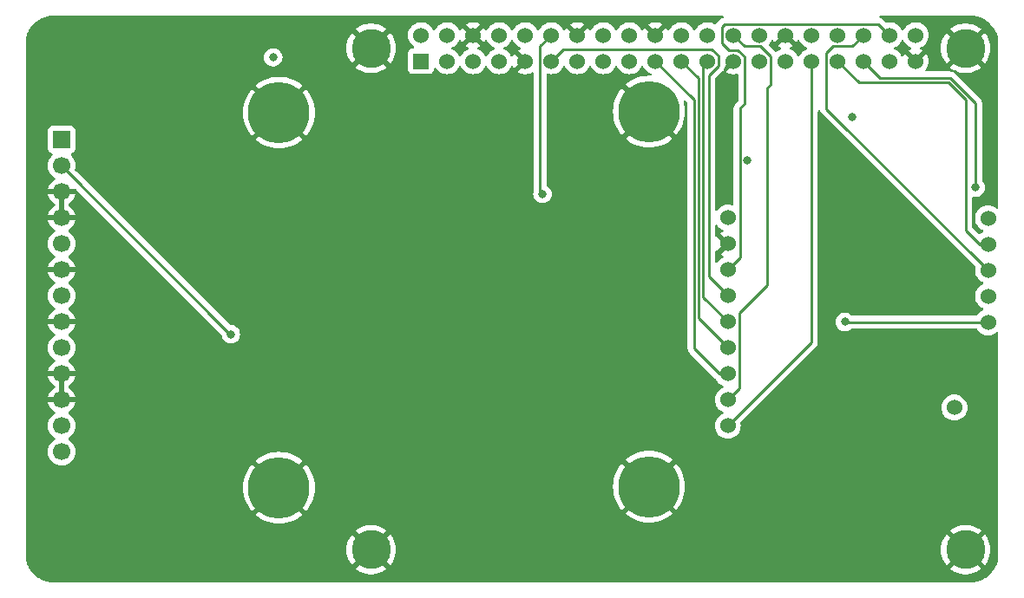
<source format=gbl>
%TF.GenerationSoftware,KiCad,Pcbnew,9.0.1*%
%TF.CreationDate,2025-04-07T13:35:56-07:00*%
%TF.ProjectId,Groundstation_433_Hat,47726f75-6e64-4737-9461-74696f6e5f34,1.3*%
%TF.SameCoordinates,Original*%
%TF.FileFunction,Copper,L4,Bot*%
%TF.FilePolarity,Positive*%
%FSLAX46Y46*%
G04 Gerber Fmt 4.6, Leading zero omitted, Abs format (unit mm)*
G04 Created by KiCad (PCBNEW 9.0.1) date 2025-04-07 13:35:56*
%MOMM*%
%LPD*%
G01*
G04 APERTURE LIST*
%TA.AperFunction,ComponentPad*%
%ADD10R,1.524000X1.524000*%
%TD*%
%TA.AperFunction,ComponentPad*%
%ADD11C,1.524000*%
%TD*%
%TA.AperFunction,ComponentPad*%
%ADD12C,3.812400*%
%TD*%
%TA.AperFunction,ComponentPad*%
%ADD13C,6.000000*%
%TD*%
%TA.AperFunction,ComponentPad*%
%ADD14R,1.700000X1.700000*%
%TD*%
%TA.AperFunction,ComponentPad*%
%ADD15C,1.700000*%
%TD*%
%TA.AperFunction,ViaPad*%
%ADD16C,0.800000*%
%TD*%
%TA.AperFunction,Conductor*%
%ADD17C,0.250000*%
%TD*%
G04 APERTURE END LIST*
D10*
%TO.P,U2,1,3V3*%
%TO.N,unconnected-(U2-3V3-Pad1)_1*%
X138370000Y-64770000D03*
D11*
%TO.P,U2,2,5V*%
%TO.N,+5V*%
X138370000Y-62230000D03*
%TO.P,U2,3,GPIO2/SDA1*%
%TO.N,unconnected-(U2-GPIO2{slash}SDA1-Pad3)*%
X140910000Y-64770000D03*
%TO.P,U2,4,5V*%
%TO.N,+5V*%
X140910000Y-62230000D03*
%TO.P,U2,5,GPIO3/SCL1*%
%TO.N,unconnected-(U2-GPIO3{slash}SCL1-Pad5)*%
X143450000Y-64770000D03*
%TO.P,U2,6,GND*%
%TO.N,GND*%
X143450000Y-62230000D03*
%TO.P,U2,7,GPIO4/GPIO_GCKL*%
%TO.N,unconnected-(U2-GPIO4{slash}GPIO_GCKL-Pad7)*%
X145990000Y-64770000D03*
%TO.P,U2,8,GPIO14/TXD0*%
%TO.N,unconnected-(U2-GPIO14{slash}TXD0-Pad8)*%
X145990000Y-62230000D03*
%TO.P,U2,9,GND*%
%TO.N,GND*%
X148530000Y-64770000D03*
%TO.P,U2,10,GPIO15/RXD0*%
%TO.N,unconnected-(U2-GPIO15{slash}RXD0-Pad10)*%
X148530000Y-62230000D03*
%TO.P,U2,11,GPIO17/GPIO_GEN0*%
%TO.N,/433_hat_board/DIO0*%
X151070000Y-64770000D03*
%TO.P,U2,12,GPIO18/GPIO_GEN1*%
%TO.N,/433_hat_board/DIO5*%
X151070000Y-62230000D03*
%TO.P,U2,13,GPIO27/GPIO_GEN2*%
%TO.N,/433_hat_board/PTT_OUT*%
X153610000Y-64770000D03*
%TO.P,U2,14,GND*%
%TO.N,GND*%
X153610000Y-62230000D03*
%TO.P,U2,15,GPIO22/GPIO_GEN3*%
%TO.N,/TX_CTRL*%
X156150000Y-64770000D03*
%TO.P,U2,16,GPIO23/GPIO_GEN4*%
%TO.N,/SDR_CTRL*%
X156150000Y-62230000D03*
%TO.P,U2,17,3V3*%
%TO.N,unconnected-(U2-3V3-Pad1)*%
X158690000Y-64770000D03*
%TO.P,U2,18,GPIO24/GPIO_GEN5*%
%TO.N,/LORA_CTRL*%
X158690000Y-62230000D03*
%TO.P,U2,19,GPIO10/SPI_MOSI*%
%TO.N,/433_hat_board/MOSI*%
X161230000Y-64770000D03*
%TO.P,U2,20,GND*%
%TO.N,GND*%
X161230000Y-62230000D03*
%TO.P,U2,21,GPIO9/SPI_MISO*%
%TO.N,/433_hat_board/MISO*%
X163770000Y-64770000D03*
%TO.P,U2,22,GPIO25/GPIO_GEN6*%
%TO.N,unconnected-(U2-GPIO25{slash}GPIO_GEN6-Pad22)*%
X163770000Y-62230000D03*
%TO.P,U2,23,GPIO11/SPI_SCLK*%
%TO.N,/433_hat_board/SCK*%
X166310000Y-64770000D03*
%TO.P,U2,24,GPIO8/~{SPI_CE0}*%
%TO.N,unconnected-(U2-GPIO8{slash}~{SPI_CE0}-Pad24)*%
X166310000Y-62230000D03*
%TO.P,U2,25,GND*%
%TO.N,GND*%
X168850000Y-64770000D03*
%TO.P,U2,26,GPIO7/~{SPI_CE1}*%
%TO.N,/433_hat_board/CS*%
X168850000Y-62230000D03*
%TO.P,U2,27,ID_SD*%
%TO.N,unconnected-(U2-ID_SD-Pad27)*%
X171390000Y-64770000D03*
%TO.P,U2,28,ID_SC*%
%TO.N,unconnected-(U2-ID_SC-Pad28)*%
X171390000Y-62230000D03*
%TO.P,U2,29,GPIO5*%
%TO.N,unconnected-(U2-GPIO5-Pad29)*%
X173930000Y-64770000D03*
%TO.P,U2,30,GND*%
%TO.N,GND*%
X173930000Y-62230000D03*
%TO.P,U2,31,GPIO6*%
%TO.N,/433_hat_board/RST*%
X176470000Y-64770000D03*
%TO.P,U2,32,GPIO12*%
%TO.N,/433_hat_board/DIO1*%
X176470000Y-62230000D03*
%TO.P,U2,33,GPIO13*%
%TO.N,/433_hat_board/DIO2*%
X179010000Y-64770000D03*
%TO.P,U2,34,GND*%
%TO.N,GND*%
X179010000Y-62230000D03*
%TO.P,U2,35,GPIO19*%
%TO.N,/433_hat_board/DIO4*%
X181550000Y-64770000D03*
%TO.P,U2,36,GPIO16*%
%TO.N,/433_hat_board/DIO3*%
X181550000Y-62230000D03*
%TO.P,U2,37,GPIO26*%
%TO.N,/RX_CTRL*%
X184090000Y-64770000D03*
%TO.P,U2,38,GPIO20*%
%TO.N,/433_hat_board/enable*%
X184090000Y-62230000D03*
%TO.P,U2,39,GND*%
%TO.N,GND*%
X186630000Y-64770000D03*
%TO.P,U2,40,GPIO21*%
%TO.N,unconnected-(U2-GPIO21-Pad40)*%
X186630000Y-62230000D03*
D12*
%TO.P,U2,S1,SHIELD*%
%TO.N,GND*%
X133500000Y-63500000D03*
%TO.P,U2,S2,SHIELD*%
X191500000Y-63500000D03*
%TO.P,U2,S3,SHIELD*%
X191500000Y-112500000D03*
%TO.P,U2,S4,SHIELD*%
X133500000Y-112500000D03*
%TD*%
D13*
%TO.P,U1,4,GND*%
%TO.N,GND*%
X124518408Y-106445774D03*
X160618408Y-106345774D03*
X124518408Y-69795774D03*
X160618408Y-69695774D03*
%TD*%
D11*
%TO.P,U3,1,Vin*%
%TO.N,+5V*%
X168307575Y-80064234D03*
%TO.P,U3,2,GND*%
%TO.N,GND*%
X168307575Y-82604234D03*
%TO.P,U3,3,EN*%
%TO.N,/433_hat_board/enable*%
X168307575Y-85144234D03*
%TO.P,U3,4,DIO0*%
%TO.N,/433_hat_board/DIO0*%
X168307575Y-87684234D03*
%TO.P,U3,5,SCK*%
%TO.N,/433_hat_board/SCK*%
X168307575Y-90224234D03*
%TO.P,U3,6,MISO*%
%TO.N,/433_hat_board/MISO*%
X168307575Y-92764234D03*
%TO.P,U3,7,MOSI*%
%TO.N,/433_hat_board/MOSI*%
X168307575Y-95304234D03*
%TO.P,U3,8,CS*%
%TO.N,/433_hat_board/CS*%
X168307575Y-97844234D03*
%TO.P,U3,9,RST*%
%TO.N,/433_hat_board/RST*%
X168307575Y-100384234D03*
%TO.P,U3,10,DIO1*%
%TO.N,/433_hat_board/DIO1*%
X193694899Y-80116567D03*
%TO.P,U3,11,DIO2*%
%TO.N,/433_hat_board/DIO2*%
X193694899Y-82656567D03*
%TO.P,U3,12,DIO3*%
%TO.N,/433_hat_board/DIO3*%
X193694899Y-85196567D03*
%TO.P,U3,13,DIO4*%
%TO.N,/433_hat_board/DIO4*%
X193694899Y-87736567D03*
%TO.P,U3,14,DIO5*%
%TO.N,/433_hat_board/DIO5*%
X193694899Y-90276567D03*
%TO.P,U3,15,Antenna*%
%TO.N,Net-(U3-Antenna)*%
X190418299Y-98607767D03*
%TD*%
D14*
%TO.P,J1,1,Pin_1*%
%TO.N,/TX_CTRL*%
X103313937Y-72440000D03*
D15*
%TO.P,J1,2,Pin_2*%
%TO.N,/RX_CTRL*%
X103313937Y-74980000D03*
%TO.P,J1,3,Pin_3*%
%TO.N,GND*%
X103313937Y-77520000D03*
%TO.P,J1,4,Pin_4*%
X103313937Y-80060000D03*
%TO.P,J1,5,Pin_5*%
%TO.N,+5V*%
X103313937Y-82600000D03*
%TO.P,J1,6,Pin_6*%
%TO.N,GND*%
X103313937Y-85140000D03*
%TO.P,J1,7,Pin_7*%
%TO.N,PA_PTT*%
X103313937Y-87680000D03*
%TO.P,J1,8,Pin_8*%
%TO.N,GND*%
X103313937Y-90220000D03*
%TO.P,J1,9,Pin_9*%
%TO.N,LNA_PTT*%
X103313937Y-92760000D03*
%TO.P,J1,10,Pin_10*%
%TO.N,GND*%
X103313937Y-95300000D03*
%TO.P,J1,11,Pin_11*%
X103313937Y-97840000D03*
%TO.P,J1,12,Pin_12*%
%TO.N,/SDR_CTRL*%
X103313937Y-100380000D03*
%TO.P,J1,13,Pin_13*%
%TO.N,/LORA_CTRL*%
X103313937Y-102920000D03*
%TD*%
D16*
%TO.N,GND*%
X167853937Y-66900000D03*
%TO.N,/RX_CTRL*%
X119823937Y-91440000D03*
%TO.N,/433_hat_board/DIO5*%
X150228937Y-77750000D03*
X179728937Y-90250000D03*
%TO.N,+5V*%
X170216522Y-74444646D03*
X180478937Y-70206188D03*
X123953937Y-64400000D03*
%TO.N,/433_hat_board/DIO4*%
X192478937Y-77125000D03*
%TD*%
D17*
%TO.N,/RX_CTRL*%
X119773937Y-91440000D02*
X119823937Y-91440000D01*
X103313937Y-74980000D02*
X119773937Y-91440000D01*
%TO.N,/433_hat_board/DIO5*%
X149983000Y-77504063D02*
X149983000Y-63317000D01*
X150228937Y-77750000D02*
X149983000Y-77504063D01*
X179755504Y-90276567D02*
X179728937Y-90250000D01*
X193694899Y-90276567D02*
X179755504Y-90276567D01*
X149983000Y-63317000D02*
X151070000Y-62230000D01*
%TO.N,/433_hat_board/MISO*%
X165453937Y-89910596D02*
X165453937Y-66453937D01*
X168307575Y-92764234D02*
X165453937Y-89910596D01*
X165453937Y-66453937D02*
X163770000Y-64770000D01*
%TO.N,/433_hat_board/DIO3*%
X193694899Y-85196567D02*
X177923000Y-69424668D01*
X180463000Y-63317000D02*
X181550000Y-62230000D01*
X177923000Y-63953749D02*
X178559749Y-63317000D01*
X178559749Y-63317000D02*
X180463000Y-63317000D01*
X177923000Y-69424668D02*
X177923000Y-63953749D01*
%TO.N,/433_hat_board/enable*%
X184090000Y-62230000D02*
X183003000Y-61143000D01*
X169300251Y-63683000D02*
X169953937Y-64336686D01*
X168010937Y-61143000D02*
X167753937Y-61400000D01*
X167753937Y-61400000D02*
X167753937Y-63037188D01*
X168399749Y-63683000D02*
X169300251Y-63683000D01*
X169491522Y-83960287D02*
X169491522Y-69392145D01*
X169953937Y-68929730D02*
X169556302Y-69327365D01*
X167753937Y-63037188D02*
X168399749Y-63683000D01*
X168307575Y-85144234D02*
X169491522Y-83960287D01*
X169953937Y-64336686D02*
X169953937Y-68929730D01*
X169491522Y-69392145D02*
X169556302Y-69327365D01*
X183003000Y-61143000D02*
X168010937Y-61143000D01*
%TO.N,/433_hat_board/RST*%
X168307575Y-100384234D02*
X176470000Y-92221809D01*
X176470000Y-92221809D02*
X176470000Y-64770000D01*
%TO.N,/433_hat_board/DIO4*%
X192478937Y-68888604D02*
X192478937Y-77125000D01*
X183180000Y-66400000D02*
X189990333Y-66400000D01*
X181550000Y-64770000D02*
X183180000Y-66400000D01*
X189990333Y-66400000D02*
X192478937Y-68888604D01*
%TO.N,/433_hat_board/SCK*%
X168307575Y-90224234D02*
X165903937Y-87820596D01*
X165903937Y-87820596D02*
X165903937Y-65176063D01*
X165903937Y-65176063D02*
X166310000Y-64770000D01*
%TO.N,/433_hat_board/MOSI*%
X165003937Y-92812138D02*
X165003937Y-68543937D01*
X168307575Y-95304234D02*
X167496033Y-95304234D01*
X167496033Y-95304234D02*
X165003937Y-92812138D01*
X165003937Y-68543937D02*
X161230000Y-64770000D01*
X161230000Y-64770000D02*
X160662828Y-64770000D01*
%TO.N,/433_hat_board/DIO0*%
X167397000Y-65220251D02*
X167397000Y-64243063D01*
X167397000Y-64243063D02*
X166753937Y-63600000D01*
X166753937Y-63600000D02*
X152240000Y-63600000D01*
X166431546Y-85808205D02*
X166431546Y-66185705D01*
X168307575Y-87684234D02*
X166431546Y-85808205D01*
X166431546Y-66185705D02*
X167397000Y-65220251D01*
X152240000Y-63600000D02*
X151070000Y-64770000D01*
%TO.N,/433_hat_board/DIO2*%
X192905870Y-82679080D02*
X191510870Y-81284080D01*
X181090000Y-66850000D02*
X179010000Y-64770000D01*
X191510870Y-68556933D02*
X189803937Y-66850000D01*
X189803937Y-66850000D02*
X181090000Y-66850000D01*
X191510870Y-81284080D02*
X191510870Y-68556933D01*
%TO.N,/433_hat_board/CS*%
X172477000Y-67043063D02*
X172477000Y-64319749D01*
X172103937Y-67416126D02*
X172477000Y-67043063D01*
X172477000Y-64319749D02*
X171474251Y-63317000D01*
X169394575Y-96757234D02*
X169394575Y-89334362D01*
X169394575Y-89334362D02*
X172103937Y-86625000D01*
X172103937Y-86625000D02*
X172103937Y-67416126D01*
X168307575Y-97844234D02*
X169394575Y-96757234D01*
X169937000Y-63317000D02*
X168850000Y-62230000D01*
X171474251Y-63317000D02*
X169937000Y-63317000D01*
%TD*%
%TA.AperFunction,Conductor*%
%TO.N,GND*%
G36*
X103563937Y-97406988D02*
G01*
X103506930Y-97374075D01*
X103379763Y-97340000D01*
X103248111Y-97340000D01*
X103120944Y-97374075D01*
X103063937Y-97406988D01*
X103063937Y-95733012D01*
X103120944Y-95765925D01*
X103248111Y-95800000D01*
X103379763Y-95800000D01*
X103506930Y-95765925D01*
X103563937Y-95733012D01*
X103563937Y-97406988D01*
G37*
%TD.AperFunction*%
%TA.AperFunction,Conductor*%
G36*
X103563937Y-79626988D02*
G01*
X103506930Y-79594075D01*
X103379763Y-79560000D01*
X103248111Y-79560000D01*
X103120944Y-79594075D01*
X103063937Y-79626988D01*
X103063937Y-77953012D01*
X103120944Y-77985925D01*
X103248111Y-78020000D01*
X103379763Y-78020000D01*
X103506930Y-77985925D01*
X103563937Y-77953012D01*
X103563937Y-79626988D01*
G37*
%TD.AperFunction*%
%TA.AperFunction,Conductor*%
G36*
X167854175Y-60320185D02*
G01*
X167899930Y-60372989D01*
X167909874Y-60442147D01*
X167880849Y-60505703D01*
X167833076Y-60536700D01*
X167834114Y-60539205D01*
X167806298Y-60550726D01*
X167781334Y-60561067D01*
X167759106Y-60570274D01*
X167714650Y-60588688D01*
X167704494Y-60595475D01*
X167704386Y-60595547D01*
X167612205Y-60657140D01*
X167568642Y-60700703D01*
X167525079Y-60744267D01*
X167525076Y-60744270D01*
X167355207Y-60914139D01*
X167355204Y-60914142D01*
X167311640Y-60957705D01*
X167268077Y-61001268D01*
X167242798Y-61039103D01*
X167242796Y-61039106D01*
X167199627Y-61103710D01*
X167199621Y-61103721D01*
X167191968Y-61122197D01*
X167148126Y-61176599D01*
X167081831Y-61198661D01*
X167014132Y-61181380D01*
X167006286Y-61176315D01*
X166943666Y-61132469D01*
X166943662Y-61132466D01*
X166866249Y-61096368D01*
X166743450Y-61039106D01*
X166743447Y-61039105D01*
X166743445Y-61039104D01*
X166530070Y-60981930D01*
X166530062Y-60981929D01*
X166310002Y-60962677D01*
X166309998Y-60962677D01*
X166089937Y-60981929D01*
X166089929Y-60981930D01*
X165876554Y-61039104D01*
X165876548Y-61039107D01*
X165676340Y-61132465D01*
X165676338Y-61132466D01*
X165495377Y-61259175D01*
X165339175Y-61415377D01*
X165212466Y-61596338D01*
X165212465Y-61596340D01*
X165152382Y-61725189D01*
X165106209Y-61777628D01*
X165039016Y-61796780D01*
X164972135Y-61776564D01*
X164927618Y-61725189D01*
X164867651Y-61596590D01*
X164867534Y-61596339D01*
X164740826Y-61415380D01*
X164584620Y-61259174D01*
X164584616Y-61259171D01*
X164584615Y-61259170D01*
X164403666Y-61132468D01*
X164403662Y-61132466D01*
X164326249Y-61096368D01*
X164203450Y-61039106D01*
X164203447Y-61039105D01*
X164203445Y-61039104D01*
X163990070Y-60981930D01*
X163990062Y-60981929D01*
X163770002Y-60962677D01*
X163769998Y-60962677D01*
X163549937Y-60981929D01*
X163549929Y-60981930D01*
X163336554Y-61039104D01*
X163336548Y-61039107D01*
X163136340Y-61132465D01*
X163136338Y-61132466D01*
X162955377Y-61259175D01*
X162799175Y-61415377D01*
X162672467Y-61596337D01*
X162612105Y-61725782D01*
X162565932Y-61778221D01*
X162498738Y-61797372D01*
X162431857Y-61777156D01*
X162387341Y-61725780D01*
X162327098Y-61596589D01*
X162327097Y-61596587D01*
X162281741Y-61531811D01*
X162281740Y-61531810D01*
X161719494Y-62094056D01*
X161703381Y-62033919D01*
X161636502Y-61918080D01*
X161541920Y-61823498D01*
X161426081Y-61756619D01*
X161365942Y-61740505D01*
X161928188Y-61178259D01*
X161928187Y-61178258D01*
X161863411Y-61132901D01*
X161863405Y-61132898D01*
X161663284Y-61039580D01*
X161663270Y-61039575D01*
X161449986Y-60982426D01*
X161449976Y-60982424D01*
X161230001Y-60963179D01*
X161229999Y-60963179D01*
X161010023Y-60982424D01*
X161010013Y-60982426D01*
X160796729Y-61039575D01*
X160796720Y-61039579D01*
X160596590Y-61132901D01*
X160531811Y-61178258D01*
X161094057Y-61740504D01*
X161033919Y-61756619D01*
X160918080Y-61823498D01*
X160823498Y-61918080D01*
X160756619Y-62033919D01*
X160740504Y-62094057D01*
X160178258Y-61531811D01*
X160132901Y-61596590D01*
X160072658Y-61725781D01*
X160026485Y-61778220D01*
X159959292Y-61797372D01*
X159892411Y-61777156D01*
X159847894Y-61725781D01*
X159787651Y-61596590D01*
X159787534Y-61596339D01*
X159660826Y-61415380D01*
X159504620Y-61259174D01*
X159504616Y-61259171D01*
X159504615Y-61259170D01*
X159323666Y-61132468D01*
X159323662Y-61132466D01*
X159246249Y-61096368D01*
X159123450Y-61039106D01*
X159123447Y-61039105D01*
X159123445Y-61039104D01*
X158910070Y-60981930D01*
X158910062Y-60981929D01*
X158690002Y-60962677D01*
X158689998Y-60962677D01*
X158469937Y-60981929D01*
X158469929Y-60981930D01*
X158256554Y-61039104D01*
X158256548Y-61039107D01*
X158056340Y-61132465D01*
X158056338Y-61132466D01*
X157875377Y-61259175D01*
X157719175Y-61415377D01*
X157592466Y-61596338D01*
X157592465Y-61596340D01*
X157532382Y-61725189D01*
X157486209Y-61777628D01*
X157419016Y-61796780D01*
X157352135Y-61776564D01*
X157307618Y-61725189D01*
X157247651Y-61596590D01*
X157247534Y-61596339D01*
X157120826Y-61415380D01*
X156964620Y-61259174D01*
X156964616Y-61259171D01*
X156964615Y-61259170D01*
X156783666Y-61132468D01*
X156783662Y-61132466D01*
X156706249Y-61096368D01*
X156583450Y-61039106D01*
X156583447Y-61039105D01*
X156583445Y-61039104D01*
X156370070Y-60981930D01*
X156370062Y-60981929D01*
X156150002Y-60962677D01*
X156149998Y-60962677D01*
X155929937Y-60981929D01*
X155929929Y-60981930D01*
X155716554Y-61039104D01*
X155716548Y-61039107D01*
X155516340Y-61132465D01*
X155516338Y-61132466D01*
X155335377Y-61259175D01*
X155179175Y-61415377D01*
X155052467Y-61596337D01*
X154992105Y-61725782D01*
X154945932Y-61778221D01*
X154878738Y-61797372D01*
X154811857Y-61777156D01*
X154767341Y-61725780D01*
X154707098Y-61596589D01*
X154707097Y-61596587D01*
X154661741Y-61531811D01*
X154661740Y-61531810D01*
X154099494Y-62094056D01*
X154083381Y-62033919D01*
X154016502Y-61918080D01*
X153921920Y-61823498D01*
X153806081Y-61756619D01*
X153745942Y-61740505D01*
X154308188Y-61178259D01*
X154308187Y-61178258D01*
X154243411Y-61132901D01*
X154243405Y-61132898D01*
X154043284Y-61039580D01*
X154043270Y-61039575D01*
X153829986Y-60982426D01*
X153829976Y-60982424D01*
X153610001Y-60963179D01*
X153609999Y-60963179D01*
X153390023Y-60982424D01*
X153390013Y-60982426D01*
X153176729Y-61039575D01*
X153176720Y-61039579D01*
X152976590Y-61132901D01*
X152911811Y-61178258D01*
X153474057Y-61740504D01*
X153413919Y-61756619D01*
X153298080Y-61823498D01*
X153203498Y-61918080D01*
X153136619Y-62033919D01*
X153120504Y-62094057D01*
X152558258Y-61531811D01*
X152512901Y-61596590D01*
X152452658Y-61725781D01*
X152406485Y-61778220D01*
X152339292Y-61797372D01*
X152272411Y-61777156D01*
X152227894Y-61725781D01*
X152167651Y-61596590D01*
X152167534Y-61596339D01*
X152040826Y-61415380D01*
X151884620Y-61259174D01*
X151884616Y-61259171D01*
X151884615Y-61259170D01*
X151703666Y-61132468D01*
X151703662Y-61132466D01*
X151626249Y-61096368D01*
X151503450Y-61039106D01*
X151503447Y-61039105D01*
X151503445Y-61039104D01*
X151290070Y-60981930D01*
X151290062Y-60981929D01*
X151070002Y-60962677D01*
X151069998Y-60962677D01*
X150849937Y-60981929D01*
X150849929Y-60981930D01*
X150636554Y-61039104D01*
X150636548Y-61039107D01*
X150436340Y-61132465D01*
X150436338Y-61132466D01*
X150255377Y-61259175D01*
X150099175Y-61415377D01*
X149972466Y-61596338D01*
X149972465Y-61596340D01*
X149912382Y-61725189D01*
X149866209Y-61777628D01*
X149799016Y-61796780D01*
X149732135Y-61776564D01*
X149687618Y-61725189D01*
X149627651Y-61596590D01*
X149627534Y-61596339D01*
X149500826Y-61415380D01*
X149344620Y-61259174D01*
X149344616Y-61259171D01*
X149344615Y-61259170D01*
X149163666Y-61132468D01*
X149163662Y-61132466D01*
X149086249Y-61096368D01*
X148963450Y-61039106D01*
X148963447Y-61039105D01*
X148963445Y-61039104D01*
X148750070Y-60981930D01*
X148750062Y-60981929D01*
X148530002Y-60962677D01*
X148529998Y-60962677D01*
X148309937Y-60981929D01*
X148309929Y-60981930D01*
X148096554Y-61039104D01*
X148096548Y-61039107D01*
X147896340Y-61132465D01*
X147896338Y-61132466D01*
X147715377Y-61259175D01*
X147559175Y-61415377D01*
X147432466Y-61596338D01*
X147432465Y-61596340D01*
X147372382Y-61725189D01*
X147326209Y-61777628D01*
X147259016Y-61796780D01*
X147192135Y-61776564D01*
X147147618Y-61725189D01*
X147087651Y-61596590D01*
X147087534Y-61596339D01*
X146960826Y-61415380D01*
X146804620Y-61259174D01*
X146804616Y-61259171D01*
X146804615Y-61259170D01*
X146623666Y-61132468D01*
X146623662Y-61132466D01*
X146546249Y-61096368D01*
X146423450Y-61039106D01*
X146423447Y-61039105D01*
X146423445Y-61039104D01*
X146210070Y-60981930D01*
X146210062Y-60981929D01*
X145990002Y-60962677D01*
X145989998Y-60962677D01*
X145769937Y-60981929D01*
X145769929Y-60981930D01*
X145556554Y-61039104D01*
X145556548Y-61039107D01*
X145356340Y-61132465D01*
X145356338Y-61132466D01*
X145175377Y-61259175D01*
X145019175Y-61415377D01*
X144892467Y-61596337D01*
X144832105Y-61725782D01*
X144785932Y-61778221D01*
X144718738Y-61797372D01*
X144651857Y-61777156D01*
X144607341Y-61725780D01*
X144547098Y-61596589D01*
X144547097Y-61596587D01*
X144501741Y-61531811D01*
X144501740Y-61531810D01*
X143939494Y-62094056D01*
X143923381Y-62033919D01*
X143856502Y-61918080D01*
X143761920Y-61823498D01*
X143646081Y-61756619D01*
X143585942Y-61740505D01*
X144148188Y-61178259D01*
X144148187Y-61178258D01*
X144083411Y-61132901D01*
X144083405Y-61132898D01*
X143883284Y-61039580D01*
X143883270Y-61039575D01*
X143669986Y-60982426D01*
X143669976Y-60982424D01*
X143450001Y-60963179D01*
X143449999Y-60963179D01*
X143230023Y-60982424D01*
X143230013Y-60982426D01*
X143016729Y-61039575D01*
X143016720Y-61039579D01*
X142816590Y-61132901D01*
X142751811Y-61178258D01*
X143314057Y-61740504D01*
X143253919Y-61756619D01*
X143138080Y-61823498D01*
X143043498Y-61918080D01*
X142976619Y-62033919D01*
X142960504Y-62094057D01*
X142398258Y-61531811D01*
X142352901Y-61596590D01*
X142292658Y-61725781D01*
X142246485Y-61778220D01*
X142179292Y-61797372D01*
X142112411Y-61777156D01*
X142067894Y-61725781D01*
X142007651Y-61596590D01*
X142007534Y-61596339D01*
X141880826Y-61415380D01*
X141724620Y-61259174D01*
X141724616Y-61259171D01*
X141724615Y-61259170D01*
X141543666Y-61132468D01*
X141543662Y-61132466D01*
X141466249Y-61096368D01*
X141343450Y-61039106D01*
X141343447Y-61039105D01*
X141343445Y-61039104D01*
X141130070Y-60981930D01*
X141130062Y-60981929D01*
X140910002Y-60962677D01*
X140909998Y-60962677D01*
X140689937Y-60981929D01*
X140689929Y-60981930D01*
X140476554Y-61039104D01*
X140476548Y-61039107D01*
X140276340Y-61132465D01*
X140276338Y-61132466D01*
X140095377Y-61259175D01*
X139939175Y-61415377D01*
X139812466Y-61596338D01*
X139812465Y-61596340D01*
X139752382Y-61725189D01*
X139706209Y-61777628D01*
X139639016Y-61796780D01*
X139572135Y-61776564D01*
X139527618Y-61725189D01*
X139467651Y-61596590D01*
X139467534Y-61596339D01*
X139340826Y-61415380D01*
X139184620Y-61259174D01*
X139184616Y-61259171D01*
X139184615Y-61259170D01*
X139003666Y-61132468D01*
X139003662Y-61132466D01*
X138926249Y-61096368D01*
X138803450Y-61039106D01*
X138803447Y-61039105D01*
X138803445Y-61039104D01*
X138590070Y-60981930D01*
X138590062Y-60981929D01*
X138370002Y-60962677D01*
X138369998Y-60962677D01*
X138149937Y-60981929D01*
X138149929Y-60981930D01*
X137936554Y-61039104D01*
X137936548Y-61039107D01*
X137736340Y-61132465D01*
X137736338Y-61132466D01*
X137555377Y-61259175D01*
X137399175Y-61415377D01*
X137272466Y-61596338D01*
X137272465Y-61596340D01*
X137179107Y-61796548D01*
X137179104Y-61796554D01*
X137121930Y-62009929D01*
X137121929Y-62009937D01*
X137102677Y-62229997D01*
X137102677Y-62230002D01*
X137121929Y-62450062D01*
X137121930Y-62450070D01*
X137179104Y-62663445D01*
X137179105Y-62663447D01*
X137179106Y-62663450D01*
X137255383Y-62827028D01*
X137272466Y-62863662D01*
X137272468Y-62863666D01*
X137370367Y-63003480D01*
X137399174Y-63044620D01*
X137555380Y-63200826D01*
X137670937Y-63281740D01*
X137671202Y-63281925D01*
X137714827Y-63336502D01*
X137722021Y-63406000D01*
X137690498Y-63468355D01*
X137630269Y-63503769D01*
X137600082Y-63507500D01*
X137560131Y-63507500D01*
X137560123Y-63507501D01*
X137500516Y-63513908D01*
X137365671Y-63564202D01*
X137365664Y-63564206D01*
X137250455Y-63650452D01*
X137250452Y-63650455D01*
X137164206Y-63765664D01*
X137164202Y-63765671D01*
X137113908Y-63900517D01*
X137108010Y-63955380D01*
X137107501Y-63960123D01*
X137107500Y-63960135D01*
X137107500Y-65579870D01*
X137107501Y-65579876D01*
X137113908Y-65639483D01*
X137164202Y-65774328D01*
X137164206Y-65774335D01*
X137250452Y-65889544D01*
X137250455Y-65889547D01*
X137365664Y-65975793D01*
X137365671Y-65975797D01*
X137500517Y-66026091D01*
X137500516Y-66026091D01*
X137507444Y-66026835D01*
X137560127Y-66032500D01*
X139179872Y-66032499D01*
X139239483Y-66026091D01*
X139374331Y-65975796D01*
X139489546Y-65889546D01*
X139575796Y-65774331D01*
X139626091Y-65639483D01*
X139632500Y-65579873D01*
X139632499Y-65539920D01*
X139652182Y-65472884D01*
X139704985Y-65427128D01*
X139774143Y-65417183D01*
X139837700Y-65446206D01*
X139858073Y-65468796D01*
X139939174Y-65584620D01*
X139939175Y-65584621D01*
X140095378Y-65740824D01*
X140095384Y-65740829D01*
X140276333Y-65867531D01*
X140276335Y-65867532D01*
X140276338Y-65867534D01*
X140476550Y-65960894D01*
X140689932Y-66018070D01*
X140822307Y-66029651D01*
X140909998Y-66037323D01*
X140910000Y-66037323D01*
X140910002Y-66037323D01*
X140982605Y-66030971D01*
X141130068Y-66018070D01*
X141343450Y-65960894D01*
X141543662Y-65867534D01*
X141724620Y-65740826D01*
X141880826Y-65584620D01*
X142007534Y-65403662D01*
X142067618Y-65274811D01*
X142113790Y-65222371D01*
X142180983Y-65203219D01*
X142247865Y-65223435D01*
X142292382Y-65274811D01*
X142352464Y-65403658D01*
X142352468Y-65403666D01*
X142479170Y-65584615D01*
X142479175Y-65584621D01*
X142635378Y-65740824D01*
X142635384Y-65740829D01*
X142816333Y-65867531D01*
X142816335Y-65867532D01*
X142816338Y-65867534D01*
X143016550Y-65960894D01*
X143229932Y-66018070D01*
X143362307Y-66029651D01*
X143449998Y-66037323D01*
X143450000Y-66037323D01*
X143450002Y-66037323D01*
X143522605Y-66030971D01*
X143670068Y-66018070D01*
X143883450Y-65960894D01*
X144083662Y-65867534D01*
X144264620Y-65740826D01*
X144420826Y-65584620D01*
X144547534Y-65403662D01*
X144607618Y-65274811D01*
X144653790Y-65222371D01*
X144720983Y-65203219D01*
X144787865Y-65223435D01*
X144832382Y-65274811D01*
X144892464Y-65403658D01*
X144892468Y-65403666D01*
X145019170Y-65584615D01*
X145019175Y-65584621D01*
X145175378Y-65740824D01*
X145175384Y-65740829D01*
X145356333Y-65867531D01*
X145356335Y-65867532D01*
X145356338Y-65867534D01*
X145556550Y-65960894D01*
X145769932Y-66018070D01*
X145902307Y-66029651D01*
X145989998Y-66037323D01*
X145990000Y-66037323D01*
X145990002Y-66037323D01*
X146062605Y-66030971D01*
X146210068Y-66018070D01*
X146423450Y-65960894D01*
X146623662Y-65867534D01*
X146804620Y-65740826D01*
X146960826Y-65584620D01*
X147087534Y-65403662D01*
X147147894Y-65274218D01*
X147194066Y-65221779D01*
X147261259Y-65202627D01*
X147328141Y-65222843D01*
X147372658Y-65274219D01*
X147432898Y-65403405D01*
X147432901Y-65403411D01*
X147478258Y-65468187D01*
X147478259Y-65468188D01*
X148040504Y-64905942D01*
X148056619Y-64966081D01*
X148123498Y-65081920D01*
X148218080Y-65176502D01*
X148333919Y-65243381D01*
X148394056Y-65259494D01*
X147831810Y-65821740D01*
X147896590Y-65867099D01*
X147896592Y-65867100D01*
X148096715Y-65960419D01*
X148096729Y-65960424D01*
X148310013Y-66017573D01*
X148310023Y-66017575D01*
X148529999Y-66036821D01*
X148530001Y-66036821D01*
X148749976Y-66017575D01*
X148749986Y-66017573D01*
X148963270Y-65960424D01*
X148963284Y-65960419D01*
X149163407Y-65867100D01*
X149168103Y-65864390D01*
X149168829Y-65865648D01*
X149228575Y-65845496D01*
X149296344Y-65862502D01*
X149344160Y-65913448D01*
X149357500Y-65969398D01*
X149357500Y-77498287D01*
X149351430Y-77536605D01*
X149343263Y-77561744D01*
X149323477Y-77750000D01*
X149343263Y-77938256D01*
X149343264Y-77938259D01*
X149401755Y-78118277D01*
X149401758Y-78118284D01*
X149496404Y-78282216D01*
X149594428Y-78391082D01*
X149623066Y-78422888D01*
X149776202Y-78534148D01*
X149776207Y-78534151D01*
X149949129Y-78611142D01*
X149949134Y-78611144D01*
X150134291Y-78650500D01*
X150134292Y-78650500D01*
X150323581Y-78650500D01*
X150323583Y-78650500D01*
X150508740Y-78611144D01*
X150681667Y-78534151D01*
X150834808Y-78422888D01*
X150961470Y-78282216D01*
X151056116Y-78118284D01*
X151114611Y-77938256D01*
X151134397Y-77750000D01*
X151114611Y-77561744D01*
X151056116Y-77381716D01*
X150961470Y-77217784D01*
X150834808Y-77077112D01*
X150806448Y-77056507D01*
X150681664Y-76965846D01*
X150676041Y-76962600D01*
X150676696Y-76961464D01*
X150628823Y-76920769D01*
X150608506Y-76853918D01*
X150608500Y-76852746D01*
X150608500Y-66114977D01*
X150628185Y-66047938D01*
X150680989Y-66002183D01*
X150750147Y-65992239D01*
X150764581Y-65995200D01*
X150849932Y-66018070D01*
X150982307Y-66029651D01*
X151069998Y-66037323D01*
X151070000Y-66037323D01*
X151070002Y-66037323D01*
X151142605Y-66030971D01*
X151290068Y-66018070D01*
X151503450Y-65960894D01*
X151703662Y-65867534D01*
X151884620Y-65740826D01*
X152040826Y-65584620D01*
X152167534Y-65403662D01*
X152227618Y-65274811D01*
X152273790Y-65222371D01*
X152340983Y-65203219D01*
X152407865Y-65223435D01*
X152452382Y-65274811D01*
X152512464Y-65403658D01*
X152512468Y-65403666D01*
X152639170Y-65584615D01*
X152639175Y-65584621D01*
X152795378Y-65740824D01*
X152795384Y-65740829D01*
X152976333Y-65867531D01*
X152976335Y-65867532D01*
X152976338Y-65867534D01*
X153176550Y-65960894D01*
X153389932Y-66018070D01*
X153522307Y-66029651D01*
X153609998Y-66037323D01*
X153610000Y-66037323D01*
X153610002Y-66037323D01*
X153682605Y-66030971D01*
X153830068Y-66018070D01*
X154043450Y-65960894D01*
X154243662Y-65867534D01*
X154424620Y-65740826D01*
X154580826Y-65584620D01*
X154707534Y-65403662D01*
X154767618Y-65274811D01*
X154813790Y-65222371D01*
X154880983Y-65203219D01*
X154947865Y-65223435D01*
X154992382Y-65274811D01*
X155052464Y-65403658D01*
X155052468Y-65403666D01*
X155179170Y-65584615D01*
X155179175Y-65584621D01*
X155335378Y-65740824D01*
X155335384Y-65740829D01*
X155516333Y-65867531D01*
X155516335Y-65867532D01*
X155516338Y-65867534D01*
X155716550Y-65960894D01*
X155929932Y-66018070D01*
X156062307Y-66029651D01*
X156149998Y-66037323D01*
X156150000Y-66037323D01*
X156150002Y-66037323D01*
X156222605Y-66030971D01*
X156370068Y-66018070D01*
X156583450Y-65960894D01*
X156783662Y-65867534D01*
X156964620Y-65740826D01*
X157120826Y-65584620D01*
X157247534Y-65403662D01*
X157307618Y-65274811D01*
X157353790Y-65222371D01*
X157420983Y-65203219D01*
X157487865Y-65223435D01*
X157532382Y-65274811D01*
X157592464Y-65403658D01*
X157592468Y-65403666D01*
X157719170Y-65584615D01*
X157719175Y-65584621D01*
X157875378Y-65740824D01*
X157875384Y-65740829D01*
X158056333Y-65867531D01*
X158056335Y-65867532D01*
X158056338Y-65867534D01*
X158256550Y-65960894D01*
X158469932Y-66018070D01*
X158602307Y-66029651D01*
X158689998Y-66037323D01*
X158690000Y-66037323D01*
X158690002Y-66037323D01*
X158762605Y-66030971D01*
X158910068Y-66018070D01*
X159123450Y-65960894D01*
X159323662Y-65867534D01*
X159504620Y-65740826D01*
X159660826Y-65584620D01*
X159787534Y-65403662D01*
X159847618Y-65274811D01*
X159893790Y-65222371D01*
X159960983Y-65203219D01*
X160027865Y-65223435D01*
X160072382Y-65274811D01*
X160132464Y-65403658D01*
X160132468Y-65403666D01*
X160259170Y-65584615D01*
X160259175Y-65584621D01*
X160415378Y-65740824D01*
X160415384Y-65740829D01*
X160596333Y-65867531D01*
X160596335Y-65867532D01*
X160596338Y-65867534D01*
X160795542Y-65960424D01*
X160796827Y-65961023D01*
X160849266Y-66007195D01*
X160868418Y-66074389D01*
X160848202Y-66141270D01*
X160795037Y-66186604D01*
X160737932Y-66197235D01*
X160618409Y-66190971D01*
X160618407Y-66190971D01*
X160252054Y-66210171D01*
X159889723Y-66267558D01*
X159889721Y-66267558D01*
X159535356Y-66362510D01*
X159192872Y-66493978D01*
X158866002Y-66660528D01*
X158558332Y-66860331D01*
X158325257Y-67049070D01*
X158325257Y-67049071D01*
X159036149Y-67759963D01*
X158949917Y-67828732D01*
X158751366Y-68027283D01*
X158682597Y-68113515D01*
X157971705Y-67402623D01*
X157971704Y-67402623D01*
X157782965Y-67635698D01*
X157583162Y-67943368D01*
X157416612Y-68270238D01*
X157285144Y-68612722D01*
X157190192Y-68967087D01*
X157190192Y-68967089D01*
X157132805Y-69329420D01*
X157113605Y-69695773D01*
X157113605Y-69695774D01*
X157132805Y-70062127D01*
X157190192Y-70424458D01*
X157190192Y-70424460D01*
X157285144Y-70778825D01*
X157416612Y-71121309D01*
X157583162Y-71448180D01*
X157782961Y-71755844D01*
X157971705Y-71988922D01*
X158682596Y-71278031D01*
X158751366Y-71364265D01*
X158949917Y-71562816D01*
X159036149Y-71631584D01*
X158325258Y-72342475D01*
X158558337Y-72531220D01*
X158866001Y-72731019D01*
X159192872Y-72897569D01*
X159535356Y-73029037D01*
X159889722Y-73123989D01*
X160252054Y-73181376D01*
X160618407Y-73200577D01*
X160618409Y-73200577D01*
X160984761Y-73181376D01*
X161347092Y-73123989D01*
X161347094Y-73123989D01*
X161701459Y-73029037D01*
X162043943Y-72897569D01*
X162370814Y-72731019D01*
X162678472Y-72531224D01*
X162911556Y-72342475D01*
X162200666Y-71631585D01*
X162286899Y-71562816D01*
X162485450Y-71364265D01*
X162554219Y-71278032D01*
X163265109Y-71988922D01*
X163453858Y-71755838D01*
X163653653Y-71448180D01*
X163820203Y-71121309D01*
X163951671Y-70778825D01*
X164046623Y-70424460D01*
X164046623Y-70424458D01*
X164104010Y-70062127D01*
X164123211Y-69695774D01*
X164123211Y-69695773D01*
X164104010Y-69329420D01*
X164046623Y-68967089D01*
X164046623Y-68967087D01*
X163984895Y-68736716D01*
X163986558Y-68666866D01*
X164025720Y-68609003D01*
X164089949Y-68581499D01*
X164158851Y-68593085D01*
X164192351Y-68616941D01*
X164342118Y-68766708D01*
X164375603Y-68828031D01*
X164378437Y-68854389D01*
X164378437Y-92873749D01*
X164402472Y-92994582D01*
X164402477Y-92994599D01*
X164449622Y-93108418D01*
X164449627Y-93108427D01*
X164483851Y-93159645D01*
X164483852Y-93159647D01*
X164518078Y-93210871D01*
X164609523Y-93302316D01*
X164609545Y-93302336D01*
X167007049Y-95699840D01*
X167007078Y-95699871D01*
X167097298Y-95790091D01*
X167105058Y-95795276D01*
X167132115Y-95813354D01*
X167175607Y-95864052D01*
X167210039Y-95937892D01*
X167210043Y-95937900D01*
X167336745Y-96118849D01*
X167336750Y-96118855D01*
X167492953Y-96275058D01*
X167492959Y-96275063D01*
X167673908Y-96401765D01*
X167673910Y-96401766D01*
X167673913Y-96401768D01*
X167793323Y-96457449D01*
X167802764Y-96461852D01*
X167855203Y-96508024D01*
X167874355Y-96575218D01*
X167854139Y-96642099D01*
X167802764Y-96686616D01*
X167673915Y-96746699D01*
X167673913Y-96746700D01*
X167492952Y-96873409D01*
X167336750Y-97029611D01*
X167210041Y-97210572D01*
X167210040Y-97210574D01*
X167116682Y-97410782D01*
X167116679Y-97410788D01*
X167059505Y-97624163D01*
X167059504Y-97624171D01*
X167040252Y-97844231D01*
X167040252Y-97844236D01*
X167059504Y-98064296D01*
X167059505Y-98064304D01*
X167116679Y-98277679D01*
X167116680Y-98277681D01*
X167116681Y-98277684D01*
X167167980Y-98387696D01*
X167210041Y-98477896D01*
X167210043Y-98477900D01*
X167336745Y-98658849D01*
X167336750Y-98658855D01*
X167492953Y-98815058D01*
X167492959Y-98815063D01*
X167673908Y-98941765D01*
X167673910Y-98941766D01*
X167673913Y-98941768D01*
X167793323Y-98997449D01*
X167802764Y-99001852D01*
X167855203Y-99048024D01*
X167874355Y-99115218D01*
X167854139Y-99182099D01*
X167802764Y-99226616D01*
X167673915Y-99286699D01*
X167673913Y-99286700D01*
X167492952Y-99413409D01*
X167336750Y-99569611D01*
X167210041Y-99750572D01*
X167210040Y-99750574D01*
X167116682Y-99950782D01*
X167116679Y-99950788D01*
X167059505Y-100164163D01*
X167059504Y-100164171D01*
X167040252Y-100384231D01*
X167040252Y-100384236D01*
X167059504Y-100604296D01*
X167059505Y-100604304D01*
X167116679Y-100817679D01*
X167116680Y-100817681D01*
X167116681Y-100817684D01*
X167128796Y-100843664D01*
X167210041Y-101017896D01*
X167210043Y-101017900D01*
X167336745Y-101198849D01*
X167336750Y-101198855D01*
X167492953Y-101355058D01*
X167492959Y-101355063D01*
X167673908Y-101481765D01*
X167673910Y-101481766D01*
X167673913Y-101481768D01*
X167874125Y-101575128D01*
X168087507Y-101632304D01*
X168244698Y-101646056D01*
X168307573Y-101651557D01*
X168307575Y-101651557D01*
X168307577Y-101651557D01*
X168362592Y-101646743D01*
X168527643Y-101632304D01*
X168741025Y-101575128D01*
X168941237Y-101481768D01*
X169122195Y-101355060D01*
X169278401Y-101198854D01*
X169405109Y-101017896D01*
X169498469Y-100817684D01*
X169555645Y-100604302D01*
X169574898Y-100384234D01*
X169574527Y-100379999D01*
X169555645Y-100164171D01*
X169555645Y-100164166D01*
X169543867Y-100120210D01*
X169545530Y-100050360D01*
X169575959Y-100000438D01*
X170968633Y-98607764D01*
X189150976Y-98607764D01*
X189150976Y-98607769D01*
X189170228Y-98827829D01*
X189170229Y-98827837D01*
X189227403Y-99041212D01*
X189227404Y-99041214D01*
X189227405Y-99041217D01*
X189281252Y-99156692D01*
X189320765Y-99241429D01*
X189320767Y-99241433D01*
X189447469Y-99422382D01*
X189447474Y-99422388D01*
X189603677Y-99578591D01*
X189603683Y-99578596D01*
X189784632Y-99705298D01*
X189784634Y-99705299D01*
X189784637Y-99705301D01*
X189984849Y-99798661D01*
X190198231Y-99855837D01*
X190355422Y-99869589D01*
X190418297Y-99875090D01*
X190418299Y-99875090D01*
X190418301Y-99875090D01*
X190473316Y-99870276D01*
X190638367Y-99855837D01*
X190851749Y-99798661D01*
X191051961Y-99705301D01*
X191232919Y-99578593D01*
X191389125Y-99422387D01*
X191515833Y-99241429D01*
X191609193Y-99041217D01*
X191666369Y-98827835D01*
X191685622Y-98607767D01*
X191666369Y-98387699D01*
X191609193Y-98174317D01*
X191515833Y-97974106D01*
X191389125Y-97793147D01*
X191232919Y-97636941D01*
X191232915Y-97636938D01*
X191232914Y-97636937D01*
X191051965Y-97510235D01*
X191051961Y-97510233D01*
X191051959Y-97510232D01*
X190851749Y-97416873D01*
X190851746Y-97416872D01*
X190851744Y-97416871D01*
X190638369Y-97359697D01*
X190638361Y-97359696D01*
X190418301Y-97340444D01*
X190418297Y-97340444D01*
X190198236Y-97359696D01*
X190198228Y-97359697D01*
X189984853Y-97416871D01*
X189984847Y-97416874D01*
X189784639Y-97510232D01*
X189784637Y-97510233D01*
X189603676Y-97636942D01*
X189447474Y-97793144D01*
X189320765Y-97974105D01*
X189320764Y-97974107D01*
X189227406Y-98174315D01*
X189227403Y-98174321D01*
X189170229Y-98387696D01*
X189170228Y-98387704D01*
X189150976Y-98607764D01*
X170968633Y-98607764D01*
X176868729Y-92707669D01*
X176868733Y-92707667D01*
X176955858Y-92620542D01*
X177006891Y-92544166D01*
X177024312Y-92518095D01*
X177071463Y-92404260D01*
X177095500Y-92283416D01*
X177095500Y-92160202D01*
X177095500Y-69684808D01*
X177115185Y-69617769D01*
X177167989Y-69572014D01*
X177237147Y-69562070D01*
X177300703Y-69591095D01*
X177334059Y-69637352D01*
X177368688Y-69720954D01*
X177368689Y-69720955D01*
X177402914Y-69772175D01*
X177402915Y-69772177D01*
X177437140Y-69823399D01*
X177437141Y-69823400D01*
X177437142Y-69823401D01*
X177524267Y-69910526D01*
X192426512Y-84812771D01*
X192459997Y-84874094D01*
X192458606Y-84932544D01*
X192446830Y-84976493D01*
X192446829Y-84976500D01*
X192427576Y-85196564D01*
X192427576Y-85196569D01*
X192446828Y-85416629D01*
X192446829Y-85416637D01*
X192504003Y-85630012D01*
X192504004Y-85630014D01*
X192504005Y-85630017D01*
X192572962Y-85777896D01*
X192597365Y-85830229D01*
X192597367Y-85830233D01*
X192724069Y-86011182D01*
X192724074Y-86011188D01*
X192880277Y-86167391D01*
X192880283Y-86167396D01*
X193061232Y-86294098D01*
X193061234Y-86294099D01*
X193061237Y-86294101D01*
X193149220Y-86335128D01*
X193190088Y-86354185D01*
X193242527Y-86400357D01*
X193261679Y-86467551D01*
X193241463Y-86534432D01*
X193190088Y-86578949D01*
X193061239Y-86639032D01*
X193061237Y-86639033D01*
X192880276Y-86765742D01*
X192724074Y-86921944D01*
X192597365Y-87102905D01*
X192597364Y-87102907D01*
X192504006Y-87303115D01*
X192504003Y-87303121D01*
X192446829Y-87516496D01*
X192446828Y-87516504D01*
X192427576Y-87736564D01*
X192427576Y-87736569D01*
X192446828Y-87956629D01*
X192446829Y-87956637D01*
X192504003Y-88170012D01*
X192504004Y-88170014D01*
X192504005Y-88170017D01*
X192506745Y-88175892D01*
X192597365Y-88370229D01*
X192597367Y-88370233D01*
X192724069Y-88551182D01*
X192724074Y-88551188D01*
X192880277Y-88707391D01*
X192880283Y-88707396D01*
X193061232Y-88834098D01*
X193061234Y-88834099D01*
X193061237Y-88834101D01*
X193149220Y-88875128D01*
X193190088Y-88894185D01*
X193242527Y-88940357D01*
X193261679Y-89007551D01*
X193241463Y-89074432D01*
X193190088Y-89118949D01*
X193061239Y-89179032D01*
X193061237Y-89179033D01*
X192880276Y-89305742D01*
X192724074Y-89461944D01*
X192628675Y-89598190D01*
X192574098Y-89641815D01*
X192527100Y-89651067D01*
X180456606Y-89651067D01*
X180389567Y-89631382D01*
X180364457Y-89610040D01*
X180334808Y-89577112D01*
X180334801Y-89577106D01*
X180181671Y-89465851D01*
X180181666Y-89465848D01*
X180008744Y-89388857D01*
X180008739Y-89388855D01*
X179862938Y-89357865D01*
X179823583Y-89349500D01*
X179634291Y-89349500D01*
X179601834Y-89356398D01*
X179449134Y-89388855D01*
X179449129Y-89388857D01*
X179276207Y-89465848D01*
X179276202Y-89465851D01*
X179123066Y-89577111D01*
X178996403Y-89717785D01*
X178901758Y-89881715D01*
X178901755Y-89881722D01*
X178843264Y-90061740D01*
X178843263Y-90061744D01*
X178823477Y-90250000D01*
X178843263Y-90438256D01*
X178843264Y-90438259D01*
X178901755Y-90618277D01*
X178901758Y-90618284D01*
X178996404Y-90782216D01*
X179100277Y-90897578D01*
X179123066Y-90922888D01*
X179276202Y-91034148D01*
X179276207Y-91034151D01*
X179449129Y-91111142D01*
X179449134Y-91111144D01*
X179634291Y-91150500D01*
X179634292Y-91150500D01*
X179823581Y-91150500D01*
X179823583Y-91150500D01*
X180008740Y-91111144D01*
X180181667Y-91034151D01*
X180330870Y-90925748D01*
X180396676Y-90902269D01*
X180403755Y-90902067D01*
X192527099Y-90902067D01*
X192594138Y-90921752D01*
X192628674Y-90954943D01*
X192724073Y-91091187D01*
X192724074Y-91091188D01*
X192880277Y-91247391D01*
X192880283Y-91247396D01*
X193061232Y-91374098D01*
X193061234Y-91374099D01*
X193061237Y-91374101D01*
X193261449Y-91467461D01*
X193474831Y-91524637D01*
X193612624Y-91536692D01*
X193694897Y-91543890D01*
X193694899Y-91543890D01*
X193694901Y-91543890D01*
X193749916Y-91539076D01*
X193914967Y-91524637D01*
X194128349Y-91467461D01*
X194328561Y-91374101D01*
X194504379Y-91250991D01*
X194570582Y-91228666D01*
X194638350Y-91245676D01*
X194686163Y-91296624D01*
X194699500Y-91352568D01*
X194699500Y-112996519D01*
X194699305Y-113003472D01*
X194682916Y-113295296D01*
X194681359Y-113309114D01*
X194632984Y-113593827D01*
X194629890Y-113607384D01*
X194549939Y-113884899D01*
X194545346Y-113898024D01*
X194434830Y-114164834D01*
X194428797Y-114177362D01*
X194289100Y-114430125D01*
X194281702Y-114441899D01*
X194114584Y-114677430D01*
X194105914Y-114688302D01*
X193913475Y-114903642D01*
X193903642Y-114913475D01*
X193688302Y-115105914D01*
X193677430Y-115114584D01*
X193441899Y-115281702D01*
X193430125Y-115289100D01*
X193177362Y-115428797D01*
X193164834Y-115434830D01*
X192898024Y-115545346D01*
X192884899Y-115549939D01*
X192607384Y-115629890D01*
X192593827Y-115632984D01*
X192309114Y-115681359D01*
X192295296Y-115682916D01*
X192003472Y-115699305D01*
X191996519Y-115699500D01*
X102507427Y-115699500D01*
X102500472Y-115699305D01*
X102476999Y-115697986D01*
X102208648Y-115682910D01*
X102194831Y-115681353D01*
X101910106Y-115632972D01*
X101896550Y-115629877D01*
X101619052Y-115549928D01*
X101605927Y-115545336D01*
X101339102Y-115434811D01*
X101326574Y-115428777D01*
X101073820Y-115289083D01*
X101062047Y-115281686D01*
X100931875Y-115189325D01*
X100826504Y-115114561D01*
X100815646Y-115105901D01*
X100600296Y-114913455D01*
X100590465Y-114903624D01*
X100497903Y-114800048D01*
X100398020Y-114688280D01*
X100389353Y-114677412D01*
X100263789Y-114500452D01*
X100222231Y-114441883D01*
X100214840Y-114430121D01*
X100075127Y-114177339D01*
X100069102Y-114164827D01*
X99958577Y-113898010D01*
X99953984Y-113884886D01*
X99922111Y-113774263D01*
X99874022Y-113607357D01*
X99870935Y-113593827D01*
X99822548Y-113309097D01*
X99820993Y-113295296D01*
X99804632Y-113004118D01*
X99804437Y-112997162D01*
X99804437Y-112499994D01*
X131089043Y-112499994D01*
X131089043Y-112500005D01*
X131108052Y-112802165D01*
X131164790Y-113099586D01*
X131258348Y-113387529D01*
X131387265Y-113661492D01*
X131549491Y-113917120D01*
X131630908Y-114015536D01*
X132366829Y-113279615D01*
X132451209Y-113395753D01*
X132604247Y-113548791D01*
X132720383Y-113633168D01*
X131982126Y-114371425D01*
X132208141Y-114535635D01*
X132208145Y-114535637D01*
X132473471Y-114681502D01*
X132473472Y-114681503D01*
X132754969Y-114792955D01*
X132754972Y-114792956D01*
X133048235Y-114868252D01*
X133348605Y-114906199D01*
X133348617Y-114906200D01*
X133651383Y-114906200D01*
X133651394Y-114906199D01*
X133951764Y-114868252D01*
X134245027Y-114792956D01*
X134245030Y-114792955D01*
X134526527Y-114681503D01*
X134526535Y-114681499D01*
X134791845Y-114535644D01*
X135017871Y-114371425D01*
X135017872Y-114371425D01*
X134279616Y-113633169D01*
X134395753Y-113548791D01*
X134548791Y-113395753D01*
X134633169Y-113279616D01*
X135369090Y-114015537D01*
X135450511Y-113917115D01*
X135612734Y-113661492D01*
X135741651Y-113387529D01*
X135835209Y-113099586D01*
X135891947Y-112802165D01*
X135910957Y-112500005D01*
X135910957Y-112499994D01*
X189089043Y-112499994D01*
X189089043Y-112500005D01*
X189108052Y-112802165D01*
X189164790Y-113099586D01*
X189258348Y-113387529D01*
X189387265Y-113661492D01*
X189549491Y-113917120D01*
X189630908Y-114015536D01*
X190366829Y-113279615D01*
X190451209Y-113395753D01*
X190604247Y-113548791D01*
X190720383Y-113633168D01*
X189982126Y-114371425D01*
X190208141Y-114535635D01*
X190208145Y-114535637D01*
X190473471Y-114681502D01*
X190473472Y-114681503D01*
X190754969Y-114792955D01*
X190754972Y-114792956D01*
X191048235Y-114868252D01*
X191348605Y-114906199D01*
X191348617Y-114906200D01*
X191651383Y-114906200D01*
X191651394Y-114906199D01*
X191951764Y-114868252D01*
X192245027Y-114792956D01*
X192245030Y-114792955D01*
X192526527Y-114681503D01*
X192526535Y-114681499D01*
X192791845Y-114535644D01*
X193017871Y-114371425D01*
X193017872Y-114371425D01*
X192279616Y-113633169D01*
X192395753Y-113548791D01*
X192548791Y-113395753D01*
X192633169Y-113279616D01*
X193369090Y-114015537D01*
X193450511Y-113917115D01*
X193612734Y-113661492D01*
X193741651Y-113387529D01*
X193835209Y-113099586D01*
X193891947Y-112802165D01*
X193910957Y-112500005D01*
X193910957Y-112499994D01*
X193891947Y-112197834D01*
X193835209Y-111900413D01*
X193741651Y-111612470D01*
X193612734Y-111338507D01*
X193450508Y-111082879D01*
X193369089Y-110984461D01*
X192633168Y-111720382D01*
X192548791Y-111604247D01*
X192395753Y-111451209D01*
X192279615Y-111366830D01*
X193017872Y-110628573D01*
X192791858Y-110464364D01*
X192791854Y-110464362D01*
X192526528Y-110318497D01*
X192526527Y-110318496D01*
X192245030Y-110207044D01*
X192245027Y-110207043D01*
X191951764Y-110131747D01*
X191651394Y-110093800D01*
X191348605Y-110093800D01*
X191048235Y-110131747D01*
X190754972Y-110207043D01*
X190754969Y-110207044D01*
X190473472Y-110318496D01*
X190473471Y-110318497D01*
X190208145Y-110464362D01*
X190208133Y-110464369D01*
X189982127Y-110628571D01*
X189982126Y-110628573D01*
X190720383Y-111366830D01*
X190604247Y-111451209D01*
X190451209Y-111604247D01*
X190366830Y-111720383D01*
X189630908Y-110984461D01*
X189549491Y-111082879D01*
X189387265Y-111338507D01*
X189258348Y-111612470D01*
X189164790Y-111900413D01*
X189108052Y-112197834D01*
X189089043Y-112499994D01*
X135910957Y-112499994D01*
X135891947Y-112197834D01*
X135835209Y-111900413D01*
X135741651Y-111612470D01*
X135612734Y-111338507D01*
X135450508Y-111082879D01*
X135369089Y-110984461D01*
X134633168Y-111720382D01*
X134548791Y-111604247D01*
X134395753Y-111451209D01*
X134279615Y-111366830D01*
X135017872Y-110628573D01*
X134791858Y-110464364D01*
X134791854Y-110464362D01*
X134526528Y-110318497D01*
X134526527Y-110318496D01*
X134245030Y-110207044D01*
X134245027Y-110207043D01*
X133951764Y-110131747D01*
X133651394Y-110093800D01*
X133348605Y-110093800D01*
X133048235Y-110131747D01*
X132754972Y-110207043D01*
X132754969Y-110207044D01*
X132473472Y-110318496D01*
X132473471Y-110318497D01*
X132208145Y-110464362D01*
X132208133Y-110464369D01*
X131982127Y-110628571D01*
X131982126Y-110628573D01*
X132720383Y-111366830D01*
X132604247Y-111451209D01*
X132451209Y-111604247D01*
X132366830Y-111720383D01*
X131630908Y-110984461D01*
X131549491Y-111082879D01*
X131387265Y-111338507D01*
X131258348Y-111612470D01*
X131164790Y-111900413D01*
X131108052Y-112197834D01*
X131089043Y-112499994D01*
X99804437Y-112499994D01*
X99804437Y-106445773D01*
X121013605Y-106445773D01*
X121013605Y-106445774D01*
X121032805Y-106812127D01*
X121090192Y-107174458D01*
X121090192Y-107174460D01*
X121185144Y-107528825D01*
X121316612Y-107871309D01*
X121483162Y-108198180D01*
X121682961Y-108505844D01*
X121871705Y-108738922D01*
X122582596Y-108028031D01*
X122651366Y-108114265D01*
X122849917Y-108312816D01*
X122936149Y-108381584D01*
X122225258Y-109092475D01*
X122458337Y-109281220D01*
X122766001Y-109481019D01*
X123092872Y-109647569D01*
X123435356Y-109779037D01*
X123789722Y-109873989D01*
X124152054Y-109931376D01*
X124518407Y-109950577D01*
X124518409Y-109950577D01*
X124884761Y-109931376D01*
X125247092Y-109873989D01*
X125247094Y-109873989D01*
X125601459Y-109779037D01*
X125943943Y-109647569D01*
X126270814Y-109481019D01*
X126578472Y-109281224D01*
X126811556Y-109092475D01*
X126100666Y-108381585D01*
X126186899Y-108312816D01*
X126385450Y-108114265D01*
X126454219Y-108028032D01*
X127165109Y-108738922D01*
X127353858Y-108505838D01*
X127553653Y-108198180D01*
X127720203Y-107871309D01*
X127851671Y-107528825D01*
X127946623Y-107174460D01*
X127946623Y-107174458D01*
X128004010Y-106812127D01*
X128023211Y-106445774D01*
X128023211Y-106445773D01*
X128017970Y-106345773D01*
X157113605Y-106345773D01*
X157113605Y-106345774D01*
X157132805Y-106712127D01*
X157190192Y-107074458D01*
X157190192Y-107074460D01*
X157285144Y-107428825D01*
X157416612Y-107771309D01*
X157583162Y-108098180D01*
X157782961Y-108405844D01*
X157971705Y-108638922D01*
X158682596Y-107928031D01*
X158751366Y-108014265D01*
X158949917Y-108212816D01*
X159036149Y-108281584D01*
X158325258Y-108992475D01*
X158558337Y-109181220D01*
X158866001Y-109381019D01*
X159192872Y-109547569D01*
X159535356Y-109679037D01*
X159889722Y-109773989D01*
X160252054Y-109831376D01*
X160618407Y-109850577D01*
X160618409Y-109850577D01*
X160984761Y-109831376D01*
X161347092Y-109773989D01*
X161347094Y-109773989D01*
X161701459Y-109679037D01*
X162043943Y-109547569D01*
X162370814Y-109381019D01*
X162678472Y-109181224D01*
X162911556Y-108992475D01*
X162200666Y-108281585D01*
X162286899Y-108212816D01*
X162485450Y-108014265D01*
X162554219Y-107928032D01*
X163265109Y-108638922D01*
X163453858Y-108405838D01*
X163653653Y-108098180D01*
X163820203Y-107771309D01*
X163951671Y-107428825D01*
X164046623Y-107074460D01*
X164046623Y-107074458D01*
X164104010Y-106712127D01*
X164123211Y-106345774D01*
X164123211Y-106345773D01*
X164104010Y-105979420D01*
X164046623Y-105617089D01*
X164046623Y-105617087D01*
X163951671Y-105262722D01*
X163820203Y-104920238D01*
X163653653Y-104593368D01*
X163453854Y-104285703D01*
X163265109Y-104052624D01*
X162554218Y-104763515D01*
X162485450Y-104677283D01*
X162286899Y-104478732D01*
X162200665Y-104409962D01*
X162911557Y-103699071D01*
X162678478Y-103510327D01*
X162370814Y-103310528D01*
X162043943Y-103143978D01*
X161701459Y-103012510D01*
X161347093Y-102917558D01*
X160984761Y-102860171D01*
X160618409Y-102840971D01*
X160618407Y-102840971D01*
X160252054Y-102860171D01*
X159889723Y-102917558D01*
X159889721Y-102917558D01*
X159535356Y-103012510D01*
X159192872Y-103143978D01*
X158866002Y-103310528D01*
X158558332Y-103510331D01*
X158325257Y-103699070D01*
X158325257Y-103699071D01*
X159036149Y-104409963D01*
X158949917Y-104478732D01*
X158751366Y-104677283D01*
X158682597Y-104763515D01*
X157971705Y-104052623D01*
X157971704Y-104052623D01*
X157782965Y-104285698D01*
X157583162Y-104593368D01*
X157416612Y-104920238D01*
X157285144Y-105262722D01*
X157190192Y-105617087D01*
X157190192Y-105617089D01*
X157132805Y-105979420D01*
X157113605Y-106345773D01*
X128017970Y-106345773D01*
X128004010Y-106079420D01*
X127946623Y-105717089D01*
X127946623Y-105717087D01*
X127851671Y-105362722D01*
X127720203Y-105020238D01*
X127553653Y-104693368D01*
X127353854Y-104385703D01*
X127165109Y-104152624D01*
X126454218Y-104863515D01*
X126385450Y-104777283D01*
X126186899Y-104578732D01*
X126100665Y-104509962D01*
X126811557Y-103799071D01*
X126578478Y-103610327D01*
X126270814Y-103410528D01*
X125943943Y-103243978D01*
X125601459Y-103112510D01*
X125247093Y-103017558D01*
X124884761Y-102960171D01*
X124518409Y-102940971D01*
X124518407Y-102940971D01*
X124152054Y-102960171D01*
X123789723Y-103017558D01*
X123789721Y-103017558D01*
X123435356Y-103112510D01*
X123092872Y-103243978D01*
X122766002Y-103410528D01*
X122458332Y-103610331D01*
X122225257Y-103799070D01*
X122225257Y-103799071D01*
X122936149Y-104509963D01*
X122849917Y-104578732D01*
X122651366Y-104777283D01*
X122582597Y-104863515D01*
X121871705Y-104152623D01*
X121871704Y-104152623D01*
X121682965Y-104385698D01*
X121483162Y-104693368D01*
X121316612Y-105020238D01*
X121185144Y-105362722D01*
X121090192Y-105717087D01*
X121090192Y-105717089D01*
X121032805Y-106079420D01*
X121013605Y-106445773D01*
X99804437Y-106445773D01*
X99804437Y-74979999D01*
X101958278Y-74979999D01*
X101958278Y-74980000D01*
X101978873Y-75215403D01*
X101978875Y-75215413D01*
X102040031Y-75443655D01*
X102040033Y-75443659D01*
X102040034Y-75443663D01*
X102051917Y-75469146D01*
X102139902Y-75657830D01*
X102139904Y-75657834D01*
X102275438Y-75851395D01*
X102275443Y-75851402D01*
X102442534Y-76018493D01*
X102442540Y-76018498D01*
X102628531Y-76148730D01*
X102672156Y-76203307D01*
X102679350Y-76272805D01*
X102647827Y-76335160D01*
X102628532Y-76351880D01*
X102442859Y-76481890D01*
X102442857Y-76481891D01*
X102275828Y-76648920D01*
X102275823Y-76648926D01*
X102140337Y-76842420D01*
X102140336Y-76842422D01*
X102040507Y-77056507D01*
X102040504Y-77056513D01*
X101983301Y-77269999D01*
X101983301Y-77270000D01*
X102880925Y-77270000D01*
X102848012Y-77327007D01*
X102813937Y-77454174D01*
X102813937Y-77585826D01*
X102848012Y-77712993D01*
X102880925Y-77770000D01*
X101983301Y-77770000D01*
X102040504Y-77983486D01*
X102040507Y-77983492D01*
X102140336Y-78197578D01*
X102275831Y-78391082D01*
X102442854Y-78558105D01*
X102628968Y-78688425D01*
X102672593Y-78743003D01*
X102679785Y-78812501D01*
X102648263Y-78874856D01*
X102628968Y-78891575D01*
X102442859Y-79021890D01*
X102442857Y-79021891D01*
X102275828Y-79188920D01*
X102275823Y-79188926D01*
X102140337Y-79382420D01*
X102140336Y-79382422D01*
X102040507Y-79596507D01*
X102040504Y-79596513D01*
X101983301Y-79809999D01*
X101983301Y-79810000D01*
X102880925Y-79810000D01*
X102848012Y-79867007D01*
X102813937Y-79994174D01*
X102813937Y-80125826D01*
X102848012Y-80252993D01*
X102880925Y-80310000D01*
X101983301Y-80310000D01*
X102040504Y-80523486D01*
X102040507Y-80523492D01*
X102140336Y-80737578D01*
X102275831Y-80931082D01*
X102442854Y-81098105D01*
X102628532Y-81228119D01*
X102672156Y-81282696D01*
X102679349Y-81352195D01*
X102647827Y-81414549D01*
X102628532Y-81431269D01*
X102442531Y-81561508D01*
X102275442Y-81728597D01*
X102139902Y-81922169D01*
X102139901Y-81922171D01*
X102040035Y-82136335D01*
X102040031Y-82136344D01*
X101978875Y-82364586D01*
X101978873Y-82364596D01*
X101958278Y-82599999D01*
X101958278Y-82600000D01*
X101978873Y-82835403D01*
X101978875Y-82835413D01*
X102040031Y-83063655D01*
X102040033Y-83063659D01*
X102040034Y-83063663D01*
X102139902Y-83277830D01*
X102139904Y-83277834D01*
X102275438Y-83471395D01*
X102275443Y-83471402D01*
X102442534Y-83638493D01*
X102442540Y-83638498D01*
X102496990Y-83676624D01*
X102607638Y-83754101D01*
X102628531Y-83768730D01*
X102672156Y-83823307D01*
X102679350Y-83892805D01*
X102647827Y-83955160D01*
X102628532Y-83971880D01*
X102442859Y-84101890D01*
X102442857Y-84101891D01*
X102275828Y-84268920D01*
X102275823Y-84268926D01*
X102140337Y-84462420D01*
X102140336Y-84462422D01*
X102040507Y-84676507D01*
X102040504Y-84676513D01*
X101983301Y-84889999D01*
X101983301Y-84890000D01*
X102880925Y-84890000D01*
X102848012Y-84947007D01*
X102813937Y-85074174D01*
X102813937Y-85205826D01*
X102848012Y-85332993D01*
X102880925Y-85390000D01*
X101983301Y-85390000D01*
X102040504Y-85603486D01*
X102040507Y-85603492D01*
X102140336Y-85817578D01*
X102275831Y-86011082D01*
X102442854Y-86178105D01*
X102628532Y-86308119D01*
X102672156Y-86362696D01*
X102679349Y-86432195D01*
X102647827Y-86494549D01*
X102628532Y-86511269D01*
X102442531Y-86641508D01*
X102275442Y-86808597D01*
X102139902Y-87002169D01*
X102139901Y-87002171D01*
X102040035Y-87216335D01*
X102040031Y-87216344D01*
X101978875Y-87444586D01*
X101978873Y-87444596D01*
X101958278Y-87679999D01*
X101958278Y-87680000D01*
X101978873Y-87915403D01*
X101978875Y-87915413D01*
X102040031Y-88143655D01*
X102040033Y-88143659D01*
X102040034Y-88143663D01*
X102139902Y-88357830D01*
X102139904Y-88357834D01*
X102238648Y-88498854D01*
X102275442Y-88551401D01*
X102442536Y-88718495D01*
X102607638Y-88834101D01*
X102628531Y-88848730D01*
X102672156Y-88903307D01*
X102679350Y-88972805D01*
X102647827Y-89035160D01*
X102628532Y-89051880D01*
X102442859Y-89181890D01*
X102442857Y-89181891D01*
X102275828Y-89348920D01*
X102275823Y-89348926D01*
X102140337Y-89542420D01*
X102140336Y-89542422D01*
X102040507Y-89756507D01*
X102040504Y-89756513D01*
X101983301Y-89969999D01*
X101983301Y-89970000D01*
X102880925Y-89970000D01*
X102848012Y-90027007D01*
X102813937Y-90154174D01*
X102813937Y-90285826D01*
X102848012Y-90412993D01*
X102880925Y-90470000D01*
X101983301Y-90470000D01*
X102040504Y-90683486D01*
X102040507Y-90683492D01*
X102140336Y-90897578D01*
X102275831Y-91091082D01*
X102442854Y-91258105D01*
X102628532Y-91388119D01*
X102672156Y-91442696D01*
X102679349Y-91512195D01*
X102647827Y-91574549D01*
X102628532Y-91591269D01*
X102442531Y-91721508D01*
X102275442Y-91888597D01*
X102139902Y-92082169D01*
X102139901Y-92082171D01*
X102040035Y-92296335D01*
X102040031Y-92296344D01*
X101978875Y-92524586D01*
X101978873Y-92524596D01*
X101958278Y-92759999D01*
X101958278Y-92760000D01*
X101978873Y-92995403D01*
X101978875Y-92995413D01*
X102040031Y-93223655D01*
X102040033Y-93223659D01*
X102040034Y-93223663D01*
X102121282Y-93397900D01*
X102139902Y-93437830D01*
X102139904Y-93437834D01*
X102275438Y-93631395D01*
X102275443Y-93631402D01*
X102442534Y-93798493D01*
X102442540Y-93798498D01*
X102628531Y-93928730D01*
X102672156Y-93983307D01*
X102679350Y-94052805D01*
X102647827Y-94115160D01*
X102628532Y-94131880D01*
X102442859Y-94261890D01*
X102442857Y-94261891D01*
X102275828Y-94428920D01*
X102275823Y-94428926D01*
X102140337Y-94622420D01*
X102140336Y-94622422D01*
X102040507Y-94836507D01*
X102040504Y-94836513D01*
X101983301Y-95049999D01*
X101983301Y-95050000D01*
X102880925Y-95050000D01*
X102848012Y-95107007D01*
X102813937Y-95234174D01*
X102813937Y-95365826D01*
X102848012Y-95492993D01*
X102880925Y-95550000D01*
X101983301Y-95550000D01*
X102040504Y-95763486D01*
X102040507Y-95763492D01*
X102140336Y-95977578D01*
X102275831Y-96171082D01*
X102442854Y-96338105D01*
X102628968Y-96468425D01*
X102672593Y-96523003D01*
X102679785Y-96592501D01*
X102648263Y-96654856D01*
X102628968Y-96671575D01*
X102442859Y-96801890D01*
X102442857Y-96801891D01*
X102275828Y-96968920D01*
X102275823Y-96968926D01*
X102140337Y-97162420D01*
X102140336Y-97162422D01*
X102040507Y-97376507D01*
X102040504Y-97376513D01*
X101983301Y-97589999D01*
X101983301Y-97590000D01*
X102880925Y-97590000D01*
X102848012Y-97647007D01*
X102813937Y-97774174D01*
X102813937Y-97905826D01*
X102848012Y-98032993D01*
X102880925Y-98090000D01*
X101983301Y-98090000D01*
X102040504Y-98303486D01*
X102040507Y-98303492D01*
X102140336Y-98517578D01*
X102275831Y-98711082D01*
X102442854Y-98878105D01*
X102628532Y-99008119D01*
X102672156Y-99062696D01*
X102679349Y-99132195D01*
X102647827Y-99194549D01*
X102628532Y-99211269D01*
X102442531Y-99341508D01*
X102275442Y-99508597D01*
X102139902Y-99702169D01*
X102139901Y-99702171D01*
X102040035Y-99916335D01*
X102040031Y-99916344D01*
X101978875Y-100144586D01*
X101978873Y-100144596D01*
X101958278Y-100379999D01*
X101958278Y-100380000D01*
X101978873Y-100615403D01*
X101978875Y-100615413D01*
X102040031Y-100843655D01*
X102040033Y-100843659D01*
X102040034Y-100843663D01*
X102121282Y-101017900D01*
X102139902Y-101057830D01*
X102139904Y-101057834D01*
X102275438Y-101251395D01*
X102275443Y-101251402D01*
X102442534Y-101418493D01*
X102442540Y-101418498D01*
X102628095Y-101548425D01*
X102671720Y-101603002D01*
X102678914Y-101672500D01*
X102647391Y-101734855D01*
X102628095Y-101751575D01*
X102442534Y-101881505D01*
X102275442Y-102048597D01*
X102139902Y-102242169D01*
X102139901Y-102242171D01*
X102040035Y-102456335D01*
X102040031Y-102456344D01*
X101978875Y-102684586D01*
X101978873Y-102684596D01*
X101958278Y-102919999D01*
X101958278Y-102920000D01*
X101978873Y-103155403D01*
X101978875Y-103155413D01*
X102040031Y-103383655D01*
X102040033Y-103383659D01*
X102040034Y-103383663D01*
X102139902Y-103597830D01*
X102139904Y-103597834D01*
X102148655Y-103610331D01*
X102275442Y-103791401D01*
X102442536Y-103958495D01*
X102539321Y-104026265D01*
X102636102Y-104094032D01*
X102636104Y-104094033D01*
X102636107Y-104094035D01*
X102850274Y-104193903D01*
X103078529Y-104255063D01*
X103266855Y-104271539D01*
X103313936Y-104275659D01*
X103313937Y-104275659D01*
X103313938Y-104275659D01*
X103353171Y-104272226D01*
X103549345Y-104255063D01*
X103777600Y-104193903D01*
X103991767Y-104094035D01*
X104185338Y-103958495D01*
X104352432Y-103791401D01*
X104487972Y-103597830D01*
X104587840Y-103383663D01*
X104649000Y-103155408D01*
X104669596Y-102920000D01*
X104649000Y-102684592D01*
X104587840Y-102456337D01*
X104487972Y-102242171D01*
X104352432Y-102048599D01*
X104352431Y-102048597D01*
X104185339Y-101881506D01*
X104185333Y-101881501D01*
X103999779Y-101751575D01*
X103956154Y-101696998D01*
X103948960Y-101627500D01*
X103980483Y-101565145D01*
X103999779Y-101548425D01*
X104094979Y-101481765D01*
X104185338Y-101418495D01*
X104352432Y-101251401D01*
X104487972Y-101057830D01*
X104587840Y-100843663D01*
X104649000Y-100615408D01*
X104669596Y-100380000D01*
X104649000Y-100144592D01*
X104587840Y-99916337D01*
X104487972Y-99702171D01*
X104401445Y-99578596D01*
X104352431Y-99508597D01*
X104185339Y-99341506D01*
X104185338Y-99341505D01*
X103999342Y-99211269D01*
X103955718Y-99156692D01*
X103948525Y-99087193D01*
X103980047Y-99024839D01*
X103999342Y-99008119D01*
X104185019Y-98878105D01*
X104352042Y-98711082D01*
X104487537Y-98517578D01*
X104587366Y-98303492D01*
X104587369Y-98303486D01*
X104644573Y-98090000D01*
X103746949Y-98090000D01*
X103779862Y-98032993D01*
X103813937Y-97905826D01*
X103813937Y-97774174D01*
X103779862Y-97647007D01*
X103746949Y-97590000D01*
X104644573Y-97590000D01*
X104644572Y-97589999D01*
X104587369Y-97376513D01*
X104587366Y-97376507D01*
X104487537Y-97162422D01*
X104487536Y-97162420D01*
X104352050Y-96968926D01*
X104352045Y-96968920D01*
X104185019Y-96801894D01*
X103998905Y-96671575D01*
X103955281Y-96616998D01*
X103948088Y-96547499D01*
X103979610Y-96485145D01*
X103998905Y-96468425D01*
X104185019Y-96338105D01*
X104352042Y-96171082D01*
X104487537Y-95977578D01*
X104587366Y-95763492D01*
X104587369Y-95763486D01*
X104644573Y-95550000D01*
X103746949Y-95550000D01*
X103779862Y-95492993D01*
X103813937Y-95365826D01*
X103813937Y-95234174D01*
X103779862Y-95107007D01*
X103746949Y-95050000D01*
X104644573Y-95050000D01*
X104644572Y-95049999D01*
X104587369Y-94836513D01*
X104587366Y-94836507D01*
X104487537Y-94622422D01*
X104487536Y-94622420D01*
X104352050Y-94428926D01*
X104352045Y-94428920D01*
X104185015Y-94261890D01*
X103999342Y-94131879D01*
X103955717Y-94077302D01*
X103948525Y-94007804D01*
X103980047Y-93945449D01*
X103999343Y-93928730D01*
X104009166Y-93921852D01*
X104185338Y-93798495D01*
X104352432Y-93631401D01*
X104487972Y-93437830D01*
X104587840Y-93223663D01*
X104649000Y-92995408D01*
X104669596Y-92760000D01*
X104649000Y-92524592D01*
X104589128Y-92301144D01*
X104587842Y-92296344D01*
X104587841Y-92296343D01*
X104587840Y-92296337D01*
X104487972Y-92082171D01*
X104429762Y-91999037D01*
X104352431Y-91888597D01*
X104185339Y-91721506D01*
X104185338Y-91721505D01*
X103999342Y-91591269D01*
X103955718Y-91536692D01*
X103948525Y-91467193D01*
X103980047Y-91404839D01*
X103999342Y-91388119D01*
X104185019Y-91258105D01*
X104352042Y-91091082D01*
X104487537Y-90897578D01*
X104587366Y-90683492D01*
X104587369Y-90683486D01*
X104644573Y-90470000D01*
X103746949Y-90470000D01*
X103779862Y-90412993D01*
X103813937Y-90285826D01*
X103813937Y-90154174D01*
X103779862Y-90027007D01*
X103746949Y-89970000D01*
X104644573Y-89970000D01*
X104644572Y-89969999D01*
X104587369Y-89756513D01*
X104587366Y-89756507D01*
X104487537Y-89542422D01*
X104487536Y-89542420D01*
X104352050Y-89348926D01*
X104352045Y-89348920D01*
X104185015Y-89181890D01*
X103999342Y-89051879D01*
X103955717Y-88997302D01*
X103948525Y-88927804D01*
X103980047Y-88865449D01*
X103999343Y-88848730D01*
X104020234Y-88834102D01*
X104185338Y-88718495D01*
X104352432Y-88551401D01*
X104487972Y-88357830D01*
X104587840Y-88143663D01*
X104649000Y-87915408D01*
X104669596Y-87680000D01*
X104649000Y-87444592D01*
X104587840Y-87216337D01*
X104487972Y-87002171D01*
X104463563Y-86967310D01*
X104352431Y-86808597D01*
X104185339Y-86641506D01*
X104185338Y-86641505D01*
X103999342Y-86511269D01*
X103955718Y-86456692D01*
X103948525Y-86387193D01*
X103980047Y-86324839D01*
X103999342Y-86308119D01*
X104185019Y-86178105D01*
X104352042Y-86011082D01*
X104487537Y-85817578D01*
X104587366Y-85603492D01*
X104587369Y-85603486D01*
X104644573Y-85390000D01*
X103746949Y-85390000D01*
X103779862Y-85332993D01*
X103813937Y-85205826D01*
X103813937Y-85074174D01*
X103779862Y-84947007D01*
X103746949Y-84890000D01*
X104644573Y-84890000D01*
X104644572Y-84889999D01*
X104587369Y-84676513D01*
X104587366Y-84676507D01*
X104487537Y-84462422D01*
X104487536Y-84462420D01*
X104352050Y-84268926D01*
X104352045Y-84268920D01*
X104185015Y-84101890D01*
X103999342Y-83971879D01*
X103955717Y-83917302D01*
X103948525Y-83847804D01*
X103980047Y-83785449D01*
X103999343Y-83768730D01*
X104020234Y-83754102D01*
X104185338Y-83638495D01*
X104352432Y-83471401D01*
X104487972Y-83277830D01*
X104587840Y-83063663D01*
X104649000Y-82835408D01*
X104669596Y-82600000D01*
X104649000Y-82364592D01*
X104587840Y-82136337D01*
X104487972Y-81922171D01*
X104463404Y-81887083D01*
X104352431Y-81728597D01*
X104185339Y-81561506D01*
X104185338Y-81561505D01*
X103999342Y-81431269D01*
X103955718Y-81376692D01*
X103948525Y-81307193D01*
X103980047Y-81244839D01*
X103999342Y-81228119D01*
X104185019Y-81098105D01*
X104352042Y-80931082D01*
X104487537Y-80737578D01*
X104587366Y-80523492D01*
X104587369Y-80523486D01*
X104644573Y-80310000D01*
X103746949Y-80310000D01*
X103779862Y-80252993D01*
X103813937Y-80125826D01*
X103813937Y-79994174D01*
X103779862Y-79867007D01*
X103746949Y-79810000D01*
X104644573Y-79810000D01*
X104644572Y-79809999D01*
X104587369Y-79596513D01*
X104587366Y-79596507D01*
X104487537Y-79382422D01*
X104487536Y-79382420D01*
X104352050Y-79188926D01*
X104352045Y-79188920D01*
X104185019Y-79021894D01*
X103998905Y-78891575D01*
X103955281Y-78836998D01*
X103948088Y-78767499D01*
X103979610Y-78705145D01*
X103998905Y-78688425D01*
X104185019Y-78558105D01*
X104352042Y-78391082D01*
X104487537Y-78197578D01*
X104587366Y-77983492D01*
X104587369Y-77983486D01*
X104644573Y-77770000D01*
X103746949Y-77770000D01*
X103779862Y-77712993D01*
X103813937Y-77585826D01*
X103813937Y-77454174D01*
X103779862Y-77327007D01*
X103746949Y-77270000D01*
X104667985Y-77270000D01*
X104735024Y-77289685D01*
X104755666Y-77306319D01*
X118890848Y-91441501D01*
X118924333Y-91502824D01*
X118926487Y-91516215D01*
X118938263Y-91628256D01*
X118938264Y-91628259D01*
X118996755Y-91808277D01*
X118996758Y-91808284D01*
X119091404Y-91972216D01*
X119190408Y-92082171D01*
X119218066Y-92112888D01*
X119371202Y-92224148D01*
X119371207Y-92224151D01*
X119544129Y-92301142D01*
X119544134Y-92301144D01*
X119729291Y-92340500D01*
X119729292Y-92340500D01*
X119918581Y-92340500D01*
X119918583Y-92340500D01*
X120103740Y-92301144D01*
X120276667Y-92224151D01*
X120429808Y-92112888D01*
X120556470Y-91972216D01*
X120651116Y-91808284D01*
X120709611Y-91628256D01*
X120729397Y-91440000D01*
X120709611Y-91251744D01*
X120651116Y-91071716D01*
X120556470Y-90907784D01*
X120429808Y-90767112D01*
X120364964Y-90720000D01*
X120276671Y-90655851D01*
X120276666Y-90655848D01*
X120103744Y-90578857D01*
X120103739Y-90578855D01*
X119957938Y-90547865D01*
X119918583Y-90539500D01*
X119918582Y-90539500D01*
X119809389Y-90539500D01*
X119742350Y-90519815D01*
X119721708Y-90503181D01*
X104654174Y-75435647D01*
X104620689Y-75374324D01*
X104622080Y-75315872D01*
X104649000Y-75215408D01*
X104669596Y-74980000D01*
X104669321Y-74976862D01*
X104649000Y-74744596D01*
X104649000Y-74744592D01*
X104587840Y-74516337D01*
X104487972Y-74302171D01*
X104455913Y-74256386D01*
X104352433Y-74108600D01*
X104320194Y-74076361D01*
X104230504Y-73986671D01*
X104197021Y-73925351D01*
X104202005Y-73855659D01*
X104243876Y-73799725D01*
X104274852Y-73782810D01*
X104406268Y-73733796D01*
X104521483Y-73647546D01*
X104607733Y-73532331D01*
X104658028Y-73397483D01*
X104664437Y-73337873D01*
X104664436Y-71542128D01*
X104658028Y-71482517D01*
X104651220Y-71464265D01*
X104607734Y-71347671D01*
X104607730Y-71347664D01*
X104521484Y-71232455D01*
X104521481Y-71232452D01*
X104406272Y-71146206D01*
X104406265Y-71146202D01*
X104271419Y-71095908D01*
X104271420Y-71095908D01*
X104211820Y-71089501D01*
X104211818Y-71089500D01*
X104211810Y-71089500D01*
X104211801Y-71089500D01*
X102416066Y-71089500D01*
X102416060Y-71089501D01*
X102356453Y-71095908D01*
X102221608Y-71146202D01*
X102221601Y-71146206D01*
X102106392Y-71232452D01*
X102106389Y-71232455D01*
X102020143Y-71347664D01*
X102020139Y-71347671D01*
X101969845Y-71482517D01*
X101963438Y-71542116D01*
X101963438Y-71542123D01*
X101963437Y-71542135D01*
X101963437Y-73337870D01*
X101963438Y-73337876D01*
X101969845Y-73397483D01*
X102020139Y-73532328D01*
X102020143Y-73532335D01*
X102106389Y-73647544D01*
X102106392Y-73647547D01*
X102221601Y-73733793D01*
X102221608Y-73733797D01*
X102353018Y-73782810D01*
X102408952Y-73824681D01*
X102433369Y-73890145D01*
X102418517Y-73958418D01*
X102397367Y-73986673D01*
X102275440Y-74108600D01*
X102139902Y-74302169D01*
X102139901Y-74302171D01*
X102040035Y-74516335D01*
X102040031Y-74516344D01*
X101978875Y-74744586D01*
X101978873Y-74744596D01*
X101958278Y-74979999D01*
X99804437Y-74979999D01*
X99804437Y-69795773D01*
X121013605Y-69795773D01*
X121013605Y-69795774D01*
X121032805Y-70162127D01*
X121090192Y-70524458D01*
X121090192Y-70524460D01*
X121185144Y-70878825D01*
X121316612Y-71221309D01*
X121483162Y-71548180D01*
X121682961Y-71855844D01*
X121871705Y-72088922D01*
X122582596Y-71378031D01*
X122651366Y-71464265D01*
X122849917Y-71662816D01*
X122936149Y-71731584D01*
X122225258Y-72442475D01*
X122458337Y-72631220D01*
X122766001Y-72831019D01*
X123092872Y-72997569D01*
X123435356Y-73129037D01*
X123789722Y-73223989D01*
X124152054Y-73281376D01*
X124518407Y-73300577D01*
X124518409Y-73300577D01*
X124884761Y-73281376D01*
X125247092Y-73223989D01*
X125247094Y-73223989D01*
X125601459Y-73129037D01*
X125943943Y-72997569D01*
X126270814Y-72831019D01*
X126578472Y-72631224D01*
X126811556Y-72442475D01*
X126100666Y-71731585D01*
X126186899Y-71662816D01*
X126385450Y-71464265D01*
X126454219Y-71378032D01*
X127165109Y-72088922D01*
X127353858Y-71855838D01*
X127553653Y-71548180D01*
X127720203Y-71221309D01*
X127851671Y-70878825D01*
X127946623Y-70524460D01*
X127946623Y-70524458D01*
X128004010Y-70162127D01*
X128023211Y-69795774D01*
X128023211Y-69795773D01*
X128004010Y-69429420D01*
X127946623Y-69067089D01*
X127946623Y-69067087D01*
X127851671Y-68712722D01*
X127720203Y-68370238D01*
X127553653Y-68043368D01*
X127353854Y-67735703D01*
X127165109Y-67502624D01*
X126454218Y-68213515D01*
X126385450Y-68127283D01*
X126186899Y-67928732D01*
X126100665Y-67859962D01*
X126811557Y-67149071D01*
X126578478Y-66960327D01*
X126270814Y-66760528D01*
X125943943Y-66593978D01*
X125601459Y-66462510D01*
X125247093Y-66367558D01*
X124884761Y-66310171D01*
X124518409Y-66290971D01*
X124518407Y-66290971D01*
X124152054Y-66310171D01*
X123789723Y-66367558D01*
X123789721Y-66367558D01*
X123435356Y-66462510D01*
X123092872Y-66593978D01*
X122766002Y-66760528D01*
X122458332Y-66960331D01*
X122225257Y-67149070D01*
X122225257Y-67149071D01*
X122936149Y-67859963D01*
X122849917Y-67928732D01*
X122651366Y-68127283D01*
X122582597Y-68213515D01*
X121871705Y-67502623D01*
X121871704Y-67502623D01*
X121682965Y-67735698D01*
X121483162Y-68043368D01*
X121316612Y-68370238D01*
X121185144Y-68712722D01*
X121090192Y-69067087D01*
X121090192Y-69067089D01*
X121032805Y-69429420D01*
X121013605Y-69795773D01*
X99804437Y-69795773D01*
X99804437Y-64400000D01*
X123048477Y-64400000D01*
X123068263Y-64588256D01*
X123068264Y-64588259D01*
X123126755Y-64768277D01*
X123126758Y-64768284D01*
X123221404Y-64932216D01*
X123296426Y-65015536D01*
X123348066Y-65072888D01*
X123501202Y-65184148D01*
X123501207Y-65184151D01*
X123674129Y-65261142D01*
X123674134Y-65261144D01*
X123859291Y-65300500D01*
X123859292Y-65300500D01*
X124048581Y-65300500D01*
X124048583Y-65300500D01*
X124233740Y-65261144D01*
X124406667Y-65184151D01*
X124559808Y-65072888D01*
X124686470Y-64932216D01*
X124781116Y-64768284D01*
X124839611Y-64588256D01*
X124859397Y-64400000D01*
X124839611Y-64211744D01*
X124781116Y-64031716D01*
X124686470Y-63867784D01*
X124559808Y-63727112D01*
X124559807Y-63727111D01*
X124406671Y-63615851D01*
X124406666Y-63615848D01*
X124233744Y-63538857D01*
X124233739Y-63538855D01*
X124068667Y-63503769D01*
X124050907Y-63499994D01*
X131089043Y-63499994D01*
X131089043Y-63500005D01*
X131108052Y-63802165D01*
X131164790Y-64099586D01*
X131258348Y-64387529D01*
X131387265Y-64661492D01*
X131549491Y-64917120D01*
X131630908Y-65015536D01*
X132366829Y-64279615D01*
X132451209Y-64395753D01*
X132604247Y-64548791D01*
X132720383Y-64633168D01*
X131982126Y-65371425D01*
X132208141Y-65535635D01*
X132208145Y-65535637D01*
X132473471Y-65681502D01*
X132473472Y-65681503D01*
X132754969Y-65792955D01*
X132754972Y-65792956D01*
X133048235Y-65868252D01*
X133348605Y-65906199D01*
X133348617Y-65906200D01*
X133651383Y-65906200D01*
X133651394Y-65906199D01*
X133951764Y-65868252D01*
X134245027Y-65792956D01*
X134245030Y-65792955D01*
X134526527Y-65681503D01*
X134526535Y-65681499D01*
X134791845Y-65535644D01*
X135017871Y-65371425D01*
X135017872Y-65371425D01*
X134279616Y-64633169D01*
X134395753Y-64548791D01*
X134548791Y-64395753D01*
X134633169Y-64279616D01*
X135369090Y-65015537D01*
X135450511Y-64917115D01*
X135612734Y-64661492D01*
X135741651Y-64387529D01*
X135835209Y-64099586D01*
X135891947Y-63802165D01*
X135910957Y-63500005D01*
X135910957Y-63499994D01*
X135891947Y-63197834D01*
X135835209Y-62900413D01*
X135741651Y-62612470D01*
X135612734Y-62338507D01*
X135450508Y-62082879D01*
X135369089Y-61984461D01*
X134633168Y-62720382D01*
X134548791Y-62604247D01*
X134395753Y-62451209D01*
X134279615Y-62366830D01*
X135017872Y-61628573D01*
X134791858Y-61464364D01*
X134791854Y-61464362D01*
X134526528Y-61318497D01*
X134526527Y-61318496D01*
X134245030Y-61207044D01*
X134245027Y-61207043D01*
X133951764Y-61131747D01*
X133651394Y-61093800D01*
X133348605Y-61093800D01*
X133048235Y-61131747D01*
X132754972Y-61207043D01*
X132754969Y-61207044D01*
X132473472Y-61318496D01*
X132473471Y-61318497D01*
X132208145Y-61464362D01*
X132208133Y-61464369D01*
X131982127Y-61628571D01*
X131982126Y-61628573D01*
X132720383Y-62366830D01*
X132604247Y-62451209D01*
X132451209Y-62604247D01*
X132366830Y-62720383D01*
X131630908Y-61984461D01*
X131549491Y-62082879D01*
X131387265Y-62338507D01*
X131258348Y-62612470D01*
X131164790Y-62900413D01*
X131108052Y-63197834D01*
X131089043Y-63499994D01*
X124050907Y-63499994D01*
X124048583Y-63499500D01*
X123859291Y-63499500D01*
X123839207Y-63503769D01*
X123674134Y-63538855D01*
X123674129Y-63538857D01*
X123501207Y-63615848D01*
X123501202Y-63615851D01*
X123348066Y-63727111D01*
X123221403Y-63867785D01*
X123126758Y-64031715D01*
X123126755Y-64031722D01*
X123068264Y-64211740D01*
X123068263Y-64211744D01*
X123048477Y-64400000D01*
X99804437Y-64400000D01*
X99804437Y-63003480D01*
X99804632Y-62996527D01*
X99812093Y-62863666D01*
X99821021Y-62704695D01*
X99822575Y-62690898D01*
X99870953Y-62406172D01*
X99874046Y-62392620D01*
X99901628Y-62296880D01*
X99954001Y-62115091D01*
X99958581Y-62102000D01*
X100069115Y-61835151D01*
X100075132Y-61822658D01*
X100214847Y-61569865D01*
X100222222Y-61558128D01*
X100389360Y-61322572D01*
X100398015Y-61311718D01*
X100590472Y-61096361D01*
X100600293Y-61086541D01*
X100815641Y-60894097D01*
X100826490Y-60885444D01*
X101062058Y-60718302D01*
X101073797Y-60710927D01*
X101326580Y-60571222D01*
X101339094Y-60565196D01*
X101605925Y-60454673D01*
X101619027Y-60450089D01*
X101896563Y-60370135D01*
X101910090Y-60367048D01*
X102194831Y-60318671D01*
X102208627Y-60317117D01*
X102501123Y-60300694D01*
X102508063Y-60300500D01*
X102551528Y-60300501D01*
X102551531Y-60300500D01*
X167787136Y-60300500D01*
X167854175Y-60320185D01*
G37*
%TD.AperFunction*%
%TA.AperFunction,Conductor*%
G36*
X167926575Y-82654394D02*
G01*
X167952539Y-82751295D01*
X168002699Y-82838174D01*
X168073635Y-82909110D01*
X168160514Y-82959270D01*
X168257415Y-82985234D01*
X168280126Y-82985234D01*
X167609385Y-83655974D01*
X167674164Y-83701332D01*
X167803356Y-83761576D01*
X167855795Y-83807748D01*
X167874947Y-83874942D01*
X167854731Y-83941823D01*
X167803356Y-83986340D01*
X167673915Y-84046699D01*
X167673913Y-84046700D01*
X167492952Y-84173409D01*
X167336750Y-84329611D01*
X167282621Y-84406917D01*
X167228044Y-84450542D01*
X167158546Y-84457736D01*
X167096191Y-84426213D01*
X167060777Y-84365984D01*
X167057046Y-84335794D01*
X167057046Y-83411802D01*
X167076731Y-83344763D01*
X167129535Y-83299008D01*
X167198693Y-83289064D01*
X167221333Y-83299403D01*
X167255834Y-83302422D01*
X167926575Y-82631681D01*
X167926575Y-82654394D01*
G37*
%TD.AperFunction*%
%TA.AperFunction,Conductor*%
G36*
X167262249Y-80778961D02*
G01*
X167282621Y-80801551D01*
X167336745Y-80878849D01*
X167336750Y-80878855D01*
X167492953Y-81035058D01*
X167492959Y-81035063D01*
X167673908Y-81161765D01*
X167673910Y-81161766D01*
X167673913Y-81161768D01*
X167749128Y-81196841D01*
X167803356Y-81222128D01*
X167855795Y-81268300D01*
X167874947Y-81335494D01*
X167854731Y-81402375D01*
X167803356Y-81446892D01*
X167674165Y-81507135D01*
X167609386Y-81552492D01*
X168280128Y-82223234D01*
X168257415Y-82223234D01*
X168160514Y-82249198D01*
X168073635Y-82299358D01*
X168002699Y-82370294D01*
X167952539Y-82457173D01*
X167926575Y-82554074D01*
X167926575Y-82576787D01*
X167255832Y-81906044D01*
X167232167Y-81908115D01*
X167228045Y-81911411D01*
X167158546Y-81918605D01*
X167096191Y-81887083D01*
X167060777Y-81826853D01*
X167057046Y-81796663D01*
X167057046Y-80872674D01*
X167076731Y-80805635D01*
X167129535Y-80759880D01*
X167198693Y-80749936D01*
X167262249Y-80778961D01*
G37*
%TD.AperFunction*%
%TA.AperFunction,Conductor*%
G36*
X192003472Y-60300695D02*
G01*
X192295306Y-60317084D01*
X192309103Y-60318638D01*
X192593827Y-60367015D01*
X192607382Y-60370108D01*
X192746141Y-60410084D01*
X192884899Y-60450060D01*
X192898024Y-60454653D01*
X192945322Y-60474244D01*
X193164841Y-60565172D01*
X193177355Y-60571198D01*
X193377541Y-60681836D01*
X193430125Y-60710899D01*
X193441899Y-60718297D01*
X193677430Y-60885415D01*
X193688302Y-60894085D01*
X193903642Y-61086524D01*
X193913473Y-61096355D01*
X193946130Y-61132898D01*
X194105914Y-61311697D01*
X194114584Y-61322569D01*
X194281702Y-61558100D01*
X194289100Y-61569874D01*
X194428797Y-61822637D01*
X194434830Y-61835165D01*
X194545346Y-62101975D01*
X194549939Y-62115100D01*
X194629890Y-62392615D01*
X194632984Y-62406172D01*
X194681359Y-62690885D01*
X194682916Y-62704703D01*
X194699305Y-62996527D01*
X194699500Y-63003480D01*
X194699500Y-79040565D01*
X194679815Y-79107604D01*
X194627011Y-79153359D01*
X194557853Y-79163303D01*
X194504377Y-79142140D01*
X194328565Y-79019035D01*
X194328561Y-79019033D01*
X194328559Y-79019032D01*
X194128349Y-78925673D01*
X194128346Y-78925672D01*
X194128344Y-78925671D01*
X193914969Y-78868497D01*
X193914961Y-78868496D01*
X193694901Y-78849244D01*
X193694897Y-78849244D01*
X193474836Y-78868496D01*
X193474828Y-78868497D01*
X193261453Y-78925671D01*
X193261447Y-78925674D01*
X193061239Y-79019032D01*
X193061237Y-79019033D01*
X192880276Y-79145742D01*
X192724074Y-79301944D01*
X192597365Y-79482905D01*
X192597364Y-79482907D01*
X192504006Y-79683115D01*
X192504003Y-79683121D01*
X192446829Y-79896496D01*
X192446828Y-79896504D01*
X192427576Y-80116564D01*
X192427576Y-80116569D01*
X192446828Y-80336629D01*
X192446829Y-80336637D01*
X192504003Y-80550012D01*
X192504004Y-80550014D01*
X192504005Y-80550017D01*
X192572962Y-80697896D01*
X192597365Y-80750229D01*
X192597367Y-80750233D01*
X192724069Y-80931182D01*
X192724074Y-80931188D01*
X192880277Y-81087391D01*
X192880283Y-81087396D01*
X193061232Y-81214098D01*
X193061234Y-81214099D01*
X193061237Y-81214101D01*
X193149220Y-81255128D01*
X193190088Y-81274185D01*
X193242527Y-81320357D01*
X193261679Y-81387551D01*
X193241463Y-81454432D01*
X193190088Y-81498949D01*
X193061239Y-81559032D01*
X193061237Y-81559033D01*
X192916599Y-81660309D01*
X192850392Y-81682636D01*
X192782625Y-81665625D01*
X192757795Y-81646415D01*
X192172689Y-81061309D01*
X192139204Y-80999986D01*
X192136370Y-80973628D01*
X192136370Y-78125929D01*
X192156055Y-78058890D01*
X192208859Y-78013135D01*
X192278017Y-78003191D01*
X192286120Y-78004633D01*
X192384291Y-78025500D01*
X192384293Y-78025500D01*
X192573581Y-78025500D01*
X192573583Y-78025500D01*
X192758740Y-77986144D01*
X192931667Y-77909151D01*
X193084808Y-77797888D01*
X193211470Y-77657216D01*
X193306116Y-77493284D01*
X193364611Y-77313256D01*
X193384397Y-77125000D01*
X193364611Y-76936744D01*
X193306116Y-76756716D01*
X193211470Y-76592784D01*
X193136287Y-76509284D01*
X193106057Y-76446292D01*
X193104437Y-76426312D01*
X193104437Y-68956345D01*
X193104438Y-68956324D01*
X193104438Y-68826995D01*
X193081707Y-68712722D01*
X193080400Y-68706153D01*
X193033249Y-68592319D01*
X192964795Y-68489871D01*
X192964792Y-68489867D01*
X190483261Y-66008338D01*
X190483258Y-66008334D01*
X190483258Y-66008335D01*
X190476192Y-66001269D01*
X190476191Y-66001267D01*
X190389066Y-65914142D01*
X190389062Y-65914139D01*
X190389061Y-65914138D01*
X190380560Y-65908457D01*
X190335757Y-65854843D01*
X190327053Y-65785518D01*
X190357210Y-65722492D01*
X190416654Y-65685775D01*
X190486513Y-65687025D01*
X190495103Y-65690066D01*
X190754975Y-65792956D01*
X190754972Y-65792956D01*
X191048235Y-65868252D01*
X191348605Y-65906199D01*
X191348617Y-65906200D01*
X191651383Y-65906200D01*
X191651394Y-65906199D01*
X191951764Y-65868252D01*
X192245027Y-65792956D01*
X192245030Y-65792955D01*
X192526527Y-65681503D01*
X192526535Y-65681499D01*
X192791845Y-65535644D01*
X193017871Y-65371425D01*
X193017872Y-65371425D01*
X192279616Y-64633169D01*
X192395753Y-64548791D01*
X192548791Y-64395753D01*
X192633169Y-64279616D01*
X193369090Y-65015537D01*
X193450511Y-64917115D01*
X193612734Y-64661492D01*
X193741651Y-64387529D01*
X193835209Y-64099586D01*
X193891947Y-63802165D01*
X193910957Y-63500005D01*
X193910957Y-63499994D01*
X193891947Y-63197834D01*
X193835209Y-62900413D01*
X193741651Y-62612470D01*
X193612734Y-62338507D01*
X193450508Y-62082879D01*
X193369089Y-61984461D01*
X192633168Y-62720382D01*
X192548791Y-62604247D01*
X192395753Y-62451209D01*
X192279615Y-62366830D01*
X193017872Y-61628573D01*
X192791858Y-61464364D01*
X192791854Y-61464362D01*
X192526528Y-61318497D01*
X192526527Y-61318496D01*
X192245030Y-61207044D01*
X192245027Y-61207043D01*
X191951764Y-61131747D01*
X191651394Y-61093800D01*
X191348605Y-61093800D01*
X191048235Y-61131747D01*
X190754972Y-61207043D01*
X190754969Y-61207044D01*
X190473472Y-61318496D01*
X190473471Y-61318497D01*
X190208145Y-61464362D01*
X190208133Y-61464369D01*
X189982127Y-61628571D01*
X189982126Y-61628573D01*
X190720383Y-62366830D01*
X190604247Y-62451209D01*
X190451209Y-62604247D01*
X190366830Y-62720383D01*
X189630908Y-61984461D01*
X189549491Y-62082879D01*
X189387265Y-62338507D01*
X189258348Y-62612470D01*
X189164790Y-62900413D01*
X189108052Y-63197834D01*
X189089043Y-63499994D01*
X189089043Y-63500005D01*
X189108052Y-63802165D01*
X189164790Y-64099586D01*
X189258348Y-64387529D01*
X189387265Y-64661492D01*
X189549491Y-64917120D01*
X189630908Y-65015536D01*
X190366829Y-64279615D01*
X190451209Y-64395753D01*
X190604247Y-64548791D01*
X190720383Y-64633168D01*
X189982126Y-65371425D01*
X190208141Y-65535635D01*
X190208151Y-65535641D01*
X190281350Y-65575883D01*
X190330614Y-65625429D01*
X190345271Y-65693744D01*
X190320668Y-65759138D01*
X190264615Y-65800850D01*
X190194909Y-65805635D01*
X190174159Y-65799106D01*
X190172785Y-65798537D01*
X190172787Y-65798537D01*
X190152736Y-65794549D01*
X190112362Y-65786518D01*
X190051943Y-65774500D01*
X190051940Y-65774500D01*
X190051939Y-65774500D01*
X187705460Y-65774500D01*
X187638421Y-65754815D01*
X187592666Y-65702011D01*
X187582722Y-65632853D01*
X187603886Y-65579376D01*
X187727094Y-65403417D01*
X187727100Y-65403407D01*
X187820419Y-65203284D01*
X187820424Y-65203270D01*
X187877573Y-64989986D01*
X187877575Y-64989976D01*
X187896821Y-64770000D01*
X187896821Y-64769999D01*
X187877575Y-64550023D01*
X187877573Y-64550013D01*
X187820424Y-64336729D01*
X187820420Y-64336720D01*
X187727096Y-64136586D01*
X187681741Y-64071811D01*
X187681740Y-64071810D01*
X187119494Y-64634056D01*
X187103381Y-64573919D01*
X187036502Y-64458080D01*
X186941920Y-64363498D01*
X186826081Y-64296619D01*
X186765942Y-64280505D01*
X187328188Y-63718259D01*
X187328187Y-63718258D01*
X187263411Y-63672901D01*
X187263405Y-63672898D01*
X187134219Y-63612658D01*
X187081779Y-63566486D01*
X187062627Y-63499293D01*
X187082843Y-63432411D01*
X187134219Y-63387894D01*
X187181486Y-63365853D01*
X187263662Y-63327534D01*
X187444620Y-63200826D01*
X187600826Y-63044620D01*
X187727534Y-62863662D01*
X187820894Y-62663450D01*
X187878070Y-62450068D01*
X187897323Y-62230000D01*
X187878070Y-62009932D01*
X187820894Y-61796550D01*
X187727534Y-61596339D01*
X187600826Y-61415380D01*
X187444620Y-61259174D01*
X187444616Y-61259171D01*
X187444615Y-61259170D01*
X187263666Y-61132468D01*
X187263662Y-61132466D01*
X187186249Y-61096368D01*
X187063450Y-61039106D01*
X187063447Y-61039105D01*
X187063445Y-61039104D01*
X186850070Y-60981930D01*
X186850062Y-60981929D01*
X186630002Y-60962677D01*
X186629998Y-60962677D01*
X186409937Y-60981929D01*
X186409929Y-60981930D01*
X186196554Y-61039104D01*
X186196548Y-61039107D01*
X185996340Y-61132465D01*
X185996338Y-61132466D01*
X185815377Y-61259175D01*
X185659175Y-61415377D01*
X185532466Y-61596338D01*
X185532465Y-61596340D01*
X185472382Y-61725189D01*
X185426209Y-61777628D01*
X185359016Y-61796780D01*
X185292135Y-61776564D01*
X185247618Y-61725189D01*
X185187651Y-61596590D01*
X185187534Y-61596339D01*
X185060826Y-61415380D01*
X184904620Y-61259174D01*
X184904616Y-61259171D01*
X184904615Y-61259170D01*
X184723666Y-61132468D01*
X184723662Y-61132466D01*
X184646249Y-61096368D01*
X184523450Y-61039106D01*
X184523447Y-61039105D01*
X184523445Y-61039104D01*
X184310070Y-60981930D01*
X184310062Y-60981929D01*
X184090002Y-60962677D01*
X184089998Y-60962677D01*
X183943288Y-60975512D01*
X183869932Y-60981930D01*
X183869930Y-60981930D01*
X183869926Y-60981931D01*
X183825976Y-60993707D01*
X183756126Y-60992043D01*
X183706203Y-60961613D01*
X183493198Y-60748608D01*
X183493178Y-60748586D01*
X183401733Y-60657141D01*
X183350509Y-60622915D01*
X183299287Y-60588689D01*
X183299286Y-60588688D01*
X183299283Y-60588686D01*
X183299280Y-60588685D01*
X183218792Y-60555347D01*
X183179824Y-60539206D01*
X183180879Y-60536657D01*
X183132365Y-60504863D01*
X183103909Y-60441051D01*
X183114469Y-60371984D01*
X183160693Y-60319590D01*
X183226799Y-60300500D01*
X191952405Y-60300500D01*
X191996519Y-60300500D01*
X192003472Y-60300695D01*
G37*
%TD.AperFunction*%
%TA.AperFunction,Conductor*%
G36*
X168376619Y-64966081D02*
G01*
X168443498Y-65081920D01*
X168538080Y-65176502D01*
X168653919Y-65243381D01*
X168714056Y-65259494D01*
X168151810Y-65821740D01*
X168216590Y-65867099D01*
X168216592Y-65867100D01*
X168416715Y-65960419D01*
X168416729Y-65960424D01*
X168630013Y-66017573D01*
X168630023Y-66017575D01*
X168849999Y-66036821D01*
X168850001Y-66036821D01*
X169069976Y-66017575D01*
X169069982Y-66017574D01*
X169172343Y-65990146D01*
X169242192Y-65991809D01*
X169300055Y-66030971D01*
X169327560Y-66095199D01*
X169328437Y-66109921D01*
X169328437Y-68619278D01*
X169308752Y-68686317D01*
X169292122Y-68706954D01*
X169157569Y-68841508D01*
X169092792Y-68906284D01*
X169092789Y-68906287D01*
X169049226Y-68949849D01*
X169005664Y-68993411D01*
X168980495Y-69031080D01*
X168980494Y-69031081D01*
X168937212Y-69095853D01*
X168937210Y-69095858D01*
X168916689Y-69145399D01*
X168916690Y-69145400D01*
X168890058Y-69209694D01*
X168890057Y-69209700D01*
X168866022Y-69330534D01*
X168866022Y-78745232D01*
X168846337Y-78812271D01*
X168793533Y-78858026D01*
X168724375Y-78867970D01*
X168709929Y-78865007D01*
X168527648Y-78816165D01*
X168527644Y-78816164D01*
X168527643Y-78816164D01*
X168527642Y-78816163D01*
X168527637Y-78816163D01*
X168307577Y-78796911D01*
X168307573Y-78796911D01*
X168087512Y-78816163D01*
X168087504Y-78816164D01*
X167874129Y-78873338D01*
X167874123Y-78873341D01*
X167673915Y-78966699D01*
X167673913Y-78966700D01*
X167492952Y-79093409D01*
X167336750Y-79249611D01*
X167282621Y-79326917D01*
X167228044Y-79370542D01*
X167158546Y-79377736D01*
X167096191Y-79346213D01*
X167060777Y-79285984D01*
X167057046Y-79255794D01*
X167057046Y-66496156D01*
X167076731Y-66429117D01*
X167093361Y-66408479D01*
X167795729Y-65706111D01*
X167795733Y-65706109D01*
X167882858Y-65618984D01*
X167922133Y-65560205D01*
X167951312Y-65516537D01*
X167994247Y-65412881D01*
X167998463Y-65402703D01*
X168010481Y-65342280D01*
X168022500Y-65281858D01*
X168022500Y-65281857D01*
X168023689Y-65275881D01*
X168025417Y-65276224D01*
X168048448Y-65219178D01*
X168058015Y-65208431D01*
X168360504Y-64905941D01*
X168376619Y-64966081D01*
G37*
%TD.AperFunction*%
%TA.AperFunction,Conductor*%
G36*
X147327865Y-62683435D02*
G01*
X147372382Y-62734811D01*
X147432464Y-62863658D01*
X147432468Y-62863666D01*
X147559170Y-63044615D01*
X147559175Y-63044621D01*
X147715378Y-63200824D01*
X147715384Y-63200829D01*
X147896333Y-63327531D01*
X147896335Y-63327532D01*
X147896338Y-63327534D01*
X147978514Y-63365853D01*
X148025781Y-63387894D01*
X148078220Y-63434066D01*
X148097372Y-63501260D01*
X148077156Y-63568141D01*
X148025781Y-63612658D01*
X147896590Y-63672901D01*
X147831811Y-63718258D01*
X148394057Y-64280504D01*
X148333919Y-64296619D01*
X148218080Y-64363498D01*
X148123498Y-64458080D01*
X148056619Y-64573919D01*
X148040504Y-64634057D01*
X147478258Y-64071811D01*
X147432901Y-64136590D01*
X147372658Y-64265781D01*
X147326485Y-64318220D01*
X147259292Y-64337372D01*
X147192411Y-64317156D01*
X147147894Y-64265781D01*
X147117902Y-64201463D01*
X147087534Y-64136339D01*
X146992125Y-64000080D01*
X146960827Y-63955381D01*
X146887605Y-63882159D01*
X146804620Y-63799174D01*
X146804616Y-63799171D01*
X146804615Y-63799170D01*
X146623666Y-63672468D01*
X146623658Y-63672464D01*
X146494811Y-63612382D01*
X146442371Y-63566210D01*
X146423219Y-63499017D01*
X146443435Y-63432135D01*
X146494811Y-63387618D01*
X146541486Y-63365853D01*
X146623662Y-63327534D01*
X146804620Y-63200826D01*
X146960826Y-63044620D01*
X147087534Y-62863662D01*
X147147618Y-62734811D01*
X147193790Y-62682371D01*
X147260983Y-62663219D01*
X147327865Y-62683435D01*
G37*
%TD.AperFunction*%
%TA.AperFunction,Conductor*%
G36*
X185427865Y-62683435D02*
G01*
X185472382Y-62734811D01*
X185532464Y-62863658D01*
X185532468Y-62863666D01*
X185659170Y-63044615D01*
X185659175Y-63044621D01*
X185815378Y-63200824D01*
X185815384Y-63200829D01*
X185996333Y-63327531D01*
X185996335Y-63327532D01*
X185996338Y-63327534D01*
X186078514Y-63365853D01*
X186125781Y-63387894D01*
X186178220Y-63434066D01*
X186197372Y-63501260D01*
X186177156Y-63568141D01*
X186125781Y-63612658D01*
X185996590Y-63672901D01*
X185931811Y-63718258D01*
X186494057Y-64280504D01*
X186433919Y-64296619D01*
X186318080Y-64363498D01*
X186223498Y-64458080D01*
X186156619Y-64573919D01*
X186140504Y-64634057D01*
X185578258Y-64071811D01*
X185532901Y-64136590D01*
X185472658Y-64265781D01*
X185426485Y-64318220D01*
X185359292Y-64337372D01*
X185292411Y-64317156D01*
X185247894Y-64265781D01*
X185217902Y-64201463D01*
X185187534Y-64136339D01*
X185092125Y-64000080D01*
X185060827Y-63955381D01*
X184987605Y-63882159D01*
X184904620Y-63799174D01*
X184904616Y-63799171D01*
X184904615Y-63799170D01*
X184723666Y-63672468D01*
X184723658Y-63672464D01*
X184594811Y-63612382D01*
X184542371Y-63566210D01*
X184523219Y-63499017D01*
X184543435Y-63432135D01*
X184594811Y-63387618D01*
X184641486Y-63365853D01*
X184723662Y-63327534D01*
X184904620Y-63200826D01*
X185060826Y-63044620D01*
X185187534Y-62863662D01*
X185247618Y-62734811D01*
X185293790Y-62682371D01*
X185360983Y-62663219D01*
X185427865Y-62683435D01*
G37*
%TD.AperFunction*%
%TA.AperFunction,Conductor*%
G36*
X142976619Y-62426081D02*
G01*
X143043498Y-62541920D01*
X143138080Y-62636502D01*
X143253919Y-62703381D01*
X143314057Y-62719494D01*
X142751810Y-63281740D01*
X142816589Y-63327098D01*
X142945781Y-63387342D01*
X142998220Y-63433514D01*
X143017372Y-63500708D01*
X142997156Y-63567589D01*
X142945781Y-63612106D01*
X142816340Y-63672465D01*
X142816338Y-63672466D01*
X142635377Y-63799175D01*
X142479175Y-63955377D01*
X142352466Y-64136338D01*
X142352465Y-64136340D01*
X142292382Y-64265189D01*
X142246209Y-64317628D01*
X142179016Y-64336780D01*
X142112135Y-64316564D01*
X142067618Y-64265189D01*
X142007534Y-64136340D01*
X142007533Y-64136338D01*
X141880827Y-63955381D01*
X141807605Y-63882159D01*
X141724620Y-63799174D01*
X141724616Y-63799171D01*
X141724615Y-63799170D01*
X141543666Y-63672468D01*
X141543658Y-63672464D01*
X141414811Y-63612382D01*
X141362371Y-63566210D01*
X141343219Y-63499017D01*
X141363435Y-63432135D01*
X141414811Y-63387618D01*
X141461486Y-63365853D01*
X141543662Y-63327534D01*
X141724620Y-63200826D01*
X141880826Y-63044620D01*
X142007534Y-62863662D01*
X142067894Y-62734218D01*
X142114066Y-62681779D01*
X142181259Y-62662627D01*
X142248141Y-62682843D01*
X142292658Y-62734219D01*
X142352898Y-62863405D01*
X142352901Y-62863411D01*
X142398258Y-62928187D01*
X142398259Y-62928188D01*
X142960504Y-62365942D01*
X142976619Y-62426081D01*
G37*
%TD.AperFunction*%
%TA.AperFunction,Conductor*%
G36*
X144501741Y-62928188D02*
G01*
X144547094Y-62863417D01*
X144547095Y-62863416D01*
X144607340Y-62734219D01*
X144653512Y-62681780D01*
X144720706Y-62662627D01*
X144787587Y-62682842D01*
X144832105Y-62734218D01*
X144892466Y-62863662D01*
X144892468Y-62863666D01*
X145019170Y-63044615D01*
X145019175Y-63044621D01*
X145175378Y-63200824D01*
X145175384Y-63200829D01*
X145356333Y-63327531D01*
X145356335Y-63327532D01*
X145356338Y-63327534D01*
X145438514Y-63365853D01*
X145485189Y-63387618D01*
X145537628Y-63433790D01*
X145556780Y-63500984D01*
X145536564Y-63567865D01*
X145485189Y-63612382D01*
X145356340Y-63672465D01*
X145356338Y-63672466D01*
X145175377Y-63799175D01*
X145019175Y-63955377D01*
X144892466Y-64136338D01*
X144892465Y-64136340D01*
X144832382Y-64265189D01*
X144786209Y-64317628D01*
X144719016Y-64336780D01*
X144652135Y-64316564D01*
X144607618Y-64265189D01*
X144547534Y-64136340D01*
X144547533Y-64136338D01*
X144420827Y-63955381D01*
X144347605Y-63882159D01*
X144264620Y-63799174D01*
X144264616Y-63799171D01*
X144264615Y-63799170D01*
X144083666Y-63672468D01*
X144083662Y-63672466D01*
X143954218Y-63612105D01*
X143901779Y-63565932D01*
X143882627Y-63498739D01*
X143902843Y-63431858D01*
X143954219Y-63387340D01*
X144083416Y-63327095D01*
X144083417Y-63327094D01*
X144148188Y-63281741D01*
X143585942Y-62719494D01*
X143646081Y-62703381D01*
X143761920Y-62636502D01*
X143856502Y-62541920D01*
X143923381Y-62426081D01*
X143939495Y-62365942D01*
X144501741Y-62928188D01*
G37*
%TD.AperFunction*%
%TA.AperFunction,Conductor*%
G36*
X174981741Y-62928188D02*
G01*
X175027094Y-62863417D01*
X175027095Y-62863416D01*
X175087340Y-62734219D01*
X175133512Y-62681780D01*
X175200706Y-62662627D01*
X175267587Y-62682842D01*
X175312105Y-62734218D01*
X175372466Y-62863662D01*
X175372468Y-62863666D01*
X175499170Y-63044615D01*
X175499175Y-63044621D01*
X175655378Y-63200824D01*
X175655384Y-63200829D01*
X175836333Y-63327531D01*
X175836335Y-63327532D01*
X175836338Y-63327534D01*
X175918514Y-63365853D01*
X175965189Y-63387618D01*
X176017628Y-63433790D01*
X176036780Y-63500984D01*
X176016564Y-63567865D01*
X175965189Y-63612382D01*
X175836340Y-63672465D01*
X175836338Y-63672466D01*
X175655377Y-63799175D01*
X175499175Y-63955377D01*
X175372466Y-64136338D01*
X175372465Y-64136340D01*
X175312382Y-64265189D01*
X175266209Y-64317628D01*
X175199016Y-64336780D01*
X175132135Y-64316564D01*
X175087618Y-64265189D01*
X175027534Y-64136340D01*
X175027533Y-64136338D01*
X174900827Y-63955381D01*
X174827605Y-63882159D01*
X174744620Y-63799174D01*
X174744616Y-63799171D01*
X174744615Y-63799170D01*
X174563666Y-63672468D01*
X174563662Y-63672466D01*
X174434218Y-63612105D01*
X174381779Y-63565932D01*
X174362627Y-63498739D01*
X174382843Y-63431858D01*
X174434219Y-63387340D01*
X174563416Y-63327095D01*
X174563417Y-63327094D01*
X174628188Y-63281741D01*
X174065942Y-62719494D01*
X174126081Y-62703381D01*
X174241920Y-62636502D01*
X174336502Y-62541920D01*
X174403381Y-62426081D01*
X174419495Y-62365942D01*
X174981741Y-62928188D01*
G37*
%TD.AperFunction*%
%TA.AperFunction,Conductor*%
G36*
X173456619Y-62426081D02*
G01*
X173523498Y-62541920D01*
X173618080Y-62636502D01*
X173733919Y-62703381D01*
X173794057Y-62719494D01*
X173231810Y-63281740D01*
X173296589Y-63327098D01*
X173425781Y-63387342D01*
X173478220Y-63433514D01*
X173497372Y-63500708D01*
X173477156Y-63567589D01*
X173425781Y-63612106D01*
X173296340Y-63672465D01*
X173296338Y-63672466D01*
X173115380Y-63799173D01*
X173065877Y-63848675D01*
X173004553Y-63882159D01*
X172934861Y-63877173D01*
X172890516Y-63848673D01*
X172872637Y-63830794D01*
X172872606Y-63830765D01*
X172311324Y-63269483D01*
X172277839Y-63208160D01*
X172282823Y-63138468D01*
X172311323Y-63094121D01*
X172360826Y-63044620D01*
X172487534Y-62863662D01*
X172547894Y-62734218D01*
X172594066Y-62681779D01*
X172661259Y-62662627D01*
X172728141Y-62682843D01*
X172772658Y-62734219D01*
X172832898Y-62863405D01*
X172832901Y-62863411D01*
X172878258Y-62928187D01*
X172878258Y-62928188D01*
X173440504Y-62365941D01*
X173456619Y-62426081D01*
G37*
%TD.AperFunction*%
%TD*%
M02*

</source>
